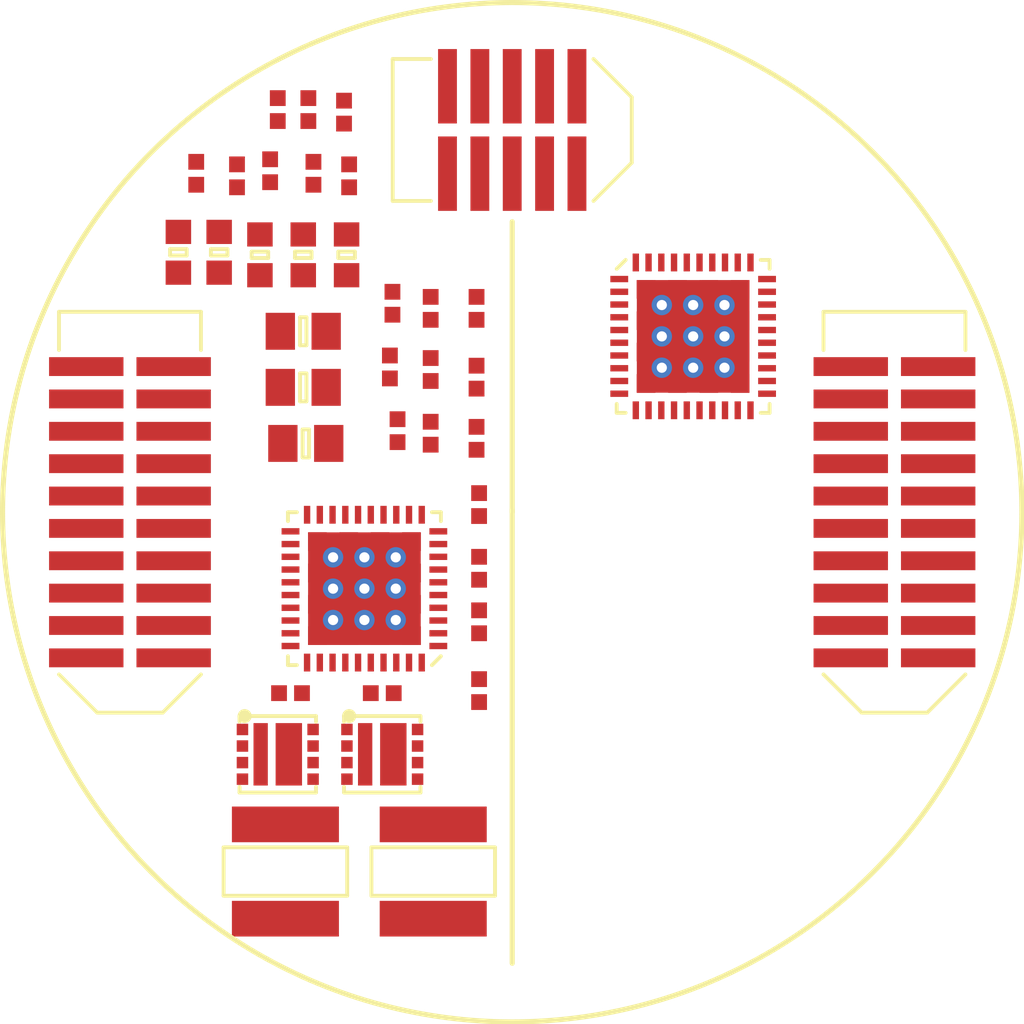
<source format=kicad_pcb>
(kicad_pcb (version 4) (host pcbnew 4.0.0-rc2-stable)

  (general
    (links 0)
    (no_connects 0)
    (area 0 0 0 0)
    (thickness 1.6)
    (drawings 3)
    (tracks 0)
    (zones 0)
    (modules 40)
    (nets 1)
  )

  (page A4)
  (layers
    (0 F.Cu signal)
    (31 B.Cu signal)
    (32 B.Adhes user)
    (33 F.Adhes user)
    (34 B.Paste user)
    (35 F.Paste user)
    (36 B.SilkS user)
    (37 F.SilkS user)
    (38 B.Mask user)
    (39 F.Mask user)
    (40 Dwgs.User user)
    (41 Cmts.User user)
    (42 Eco1.User user)
    (43 Eco2.User user)
    (44 Edge.Cuts user hide)
    (45 Margin user)
    (46 B.CrtYd user)
    (47 F.CrtYd user)
    (48 B.Fab user)
    (49 F.Fab user)
  )

  (setup
    (last_trace_width 0.28)
    (user_trace_width 0.2)
    (user_trace_width 0.28)
    (trace_clearance 0.2)
    (zone_clearance 0.508)
    (zone_45_only no)
    (trace_min 0.2)
    (segment_width 0.2)
    (edge_width 0.1)
    (via_size 0.6)
    (via_drill 0.4)
    (via_min_size 0.4)
    (via_min_drill 0.3)
    (uvia_size 0.3)
    (uvia_drill 0.1)
    (uvias_allowed no)
    (uvia_min_size 0.2)
    (uvia_min_drill 0.1)
    (pcb_text_width 0.3)
    (pcb_text_size 1.5 1.5)
    (mod_edge_width 0.15)
    (mod_text_size 1 1)
    (mod_text_width 0.15)
    (pad_size 1.5 1.5)
    (pad_drill 0.6)
    (pad_to_mask_clearance 0)
    (aux_axis_origin 0 0)
    (visible_elements FFFCFF7F)
    (pcbplotparams
      (layerselection 0x00030_80000001)
      (usegerberextensions false)
      (excludeedgelayer true)
      (linewidth 0.100000)
      (plotframeref false)
      (viasonmask false)
      (mode 1)
      (useauxorigin false)
      (hpglpennumber 1)
      (hpglpenspeed 20)
      (hpglpendiameter 15)
      (hpglpenoverlay 2)
      (psnegative false)
      (psa4output false)
      (plotreference true)
      (plotvalue true)
      (plotinvisibletext false)
      (padsonsilk false)
      (subtractmaskfromsilk false)
      (outputformat 1)
      (mirror false)
      (drillshape 1)
      (scaleselection 1)
      (outputdirectory ""))
  )

  (net 0 "")

  (net_class Default "This is the default net class."
    (clearance 0.2)
    (trace_width 0.25)
    (via_dia 0.6)
    (via_drill 0.4)
    (uvia_dia 0.3)
    (uvia_drill 0.1)
  )

  (module agg:0402 (layer F.Cu) (tedit 56836635) (tstamp 56E3A313)
    (at 90.8 84.2 90)
    (fp_text reference REF** (at -1.71 0 180) (layer F.Fab)
      (effects (font (size 1 1) (thickness 0.15)))
    )
    (fp_text value 0402 (at 1.71 0 180) (layer F.Fab)
      (effects (font (size 1 1) (thickness 0.15)))
    )
    (fp_line (start -0.5 -0.25) (end 0.5 -0.25) (layer F.Fab) (width 0.01))
    (fp_line (start 0.5 -0.25) (end 0.5 0.25) (layer F.Fab) (width 0.01))
    (fp_line (start 0.5 0.25) (end -0.5 0.25) (layer F.Fab) (width 0.01))
    (fp_line (start -0.5 0.25) (end -0.5 -0.25) (layer F.Fab) (width 0.01))
    (fp_line (start -0.2 -0.25) (end -0.2 0.25) (layer F.Fab) (width 0.01))
    (fp_line (start 0.2 -0.25) (end 0.2 0.25) (layer F.Fab) (width 0.01))
    (fp_line (start -1.05 -0.6) (end 1.05 -0.6) (layer F.CrtYd) (width 0.01))
    (fp_line (start 1.05 -0.6) (end 1.05 0.6) (layer F.CrtYd) (width 0.01))
    (fp_line (start 1.05 0.6) (end -1.05 0.6) (layer F.CrtYd) (width 0.01))
    (fp_line (start -1.05 0.6) (end -1.05 -0.6) (layer F.CrtYd) (width 0.01))
    (pad 1 smd rect (at -0.45 0 90) (size 0.62 0.62) (layers F.Cu F.Paste F.Mask))
    (pad 2 smd rect (at 0.45 0 90) (size 0.62 0.62) (layers F.Cu F.Paste F.Mask))
  )

  (module agg:0402 (layer F.Cu) (tedit 56836635) (tstamp 56E3A303)
    (at 92 84.2 90)
    (fp_text reference REF** (at -1.71 0 180) (layer F.Fab)
      (effects (font (size 1 1) (thickness 0.15)))
    )
    (fp_text value 0402 (at 1.71 0 180) (layer F.Fab)
      (effects (font (size 1 1) (thickness 0.15)))
    )
    (fp_line (start -0.5 -0.25) (end 0.5 -0.25) (layer F.Fab) (width 0.01))
    (fp_line (start 0.5 -0.25) (end 0.5 0.25) (layer F.Fab) (width 0.01))
    (fp_line (start 0.5 0.25) (end -0.5 0.25) (layer F.Fab) (width 0.01))
    (fp_line (start -0.5 0.25) (end -0.5 -0.25) (layer F.Fab) (width 0.01))
    (fp_line (start -0.2 -0.25) (end -0.2 0.25) (layer F.Fab) (width 0.01))
    (fp_line (start 0.2 -0.25) (end 0.2 0.25) (layer F.Fab) (width 0.01))
    (fp_line (start -1.05 -0.6) (end 1.05 -0.6) (layer F.CrtYd) (width 0.01))
    (fp_line (start 1.05 -0.6) (end 1.05 0.6) (layer F.CrtYd) (width 0.01))
    (fp_line (start 1.05 0.6) (end -1.05 0.6) (layer F.CrtYd) (width 0.01))
    (fp_line (start -1.05 0.6) (end -1.05 -0.6) (layer F.CrtYd) (width 0.01))
    (pad 1 smd rect (at -0.45 0 90) (size 0.62 0.62) (layers F.Cu F.Paste F.Mask))
    (pad 2 smd rect (at 0.45 0 90) (size 0.62 0.62) (layers F.Cu F.Paste F.Mask))
  )

  (module agg:0402 (layer F.Cu) (tedit 56836635) (tstamp 56E3A2F2)
    (at 93.4 84.3 90)
    (fp_text reference REF** (at -1.71 0 180) (layer F.Fab)
      (effects (font (size 1 1) (thickness 0.15)))
    )
    (fp_text value 0402 (at 1.71 0 180) (layer F.Fab)
      (effects (font (size 1 1) (thickness 0.15)))
    )
    (fp_line (start -0.5 -0.25) (end 0.5 -0.25) (layer F.Fab) (width 0.01))
    (fp_line (start 0.5 -0.25) (end 0.5 0.25) (layer F.Fab) (width 0.01))
    (fp_line (start 0.5 0.25) (end -0.5 0.25) (layer F.Fab) (width 0.01))
    (fp_line (start -0.5 0.25) (end -0.5 -0.25) (layer F.Fab) (width 0.01))
    (fp_line (start -0.2 -0.25) (end -0.2 0.25) (layer F.Fab) (width 0.01))
    (fp_line (start 0.2 -0.25) (end 0.2 0.25) (layer F.Fab) (width 0.01))
    (fp_line (start -1.05 -0.6) (end 1.05 -0.6) (layer F.CrtYd) (width 0.01))
    (fp_line (start 1.05 -0.6) (end 1.05 0.6) (layer F.CrtYd) (width 0.01))
    (fp_line (start 1.05 0.6) (end -1.05 0.6) (layer F.CrtYd) (width 0.01))
    (fp_line (start -1.05 0.6) (end -1.05 -0.6) (layer F.CrtYd) (width 0.01))
    (pad 1 smd rect (at -0.45 0 90) (size 0.62 0.62) (layers F.Cu F.Paste F.Mask))
    (pad 2 smd rect (at 0.45 0 90) (size 0.62 0.62) (layers F.Cu F.Paste F.Mask))
  )

  (module agg:0402 (layer F.Cu) (tedit 56836635) (tstamp 56E3A2E2)
    (at 87.6 86.7 90)
    (fp_text reference REF** (at -1.71 0 180) (layer F.Fab)
      (effects (font (size 1 1) (thickness 0.15)))
    )
    (fp_text value 0402 (at 1.71 0 180) (layer F.Fab)
      (effects (font (size 1 1) (thickness 0.15)))
    )
    (fp_line (start -0.5 -0.25) (end 0.5 -0.25) (layer F.Fab) (width 0.01))
    (fp_line (start 0.5 -0.25) (end 0.5 0.25) (layer F.Fab) (width 0.01))
    (fp_line (start 0.5 0.25) (end -0.5 0.25) (layer F.Fab) (width 0.01))
    (fp_line (start -0.5 0.25) (end -0.5 -0.25) (layer F.Fab) (width 0.01))
    (fp_line (start -0.2 -0.25) (end -0.2 0.25) (layer F.Fab) (width 0.01))
    (fp_line (start 0.2 -0.25) (end 0.2 0.25) (layer F.Fab) (width 0.01))
    (fp_line (start -1.05 -0.6) (end 1.05 -0.6) (layer F.CrtYd) (width 0.01))
    (fp_line (start 1.05 -0.6) (end 1.05 0.6) (layer F.CrtYd) (width 0.01))
    (fp_line (start 1.05 0.6) (end -1.05 0.6) (layer F.CrtYd) (width 0.01))
    (fp_line (start -1.05 0.6) (end -1.05 -0.6) (layer F.CrtYd) (width 0.01))
    (pad 1 smd rect (at -0.45 0 90) (size 0.62 0.62) (layers F.Cu F.Paste F.Mask))
    (pad 2 smd rect (at 0.45 0 90) (size 0.62 0.62) (layers F.Cu F.Paste F.Mask))
  )

  (module agg:0402 (layer F.Cu) (tedit 56836635) (tstamp 56E3A2D2)
    (at 89.2 86.8 90)
    (fp_text reference REF** (at -1.71 0 180) (layer F.Fab)
      (effects (font (size 1 1) (thickness 0.15)))
    )
    (fp_text value 0402 (at 1.71 0 180) (layer F.Fab)
      (effects (font (size 1 1) (thickness 0.15)))
    )
    (fp_line (start -0.5 -0.25) (end 0.5 -0.25) (layer F.Fab) (width 0.01))
    (fp_line (start 0.5 -0.25) (end 0.5 0.25) (layer F.Fab) (width 0.01))
    (fp_line (start 0.5 0.25) (end -0.5 0.25) (layer F.Fab) (width 0.01))
    (fp_line (start -0.5 0.25) (end -0.5 -0.25) (layer F.Fab) (width 0.01))
    (fp_line (start -0.2 -0.25) (end -0.2 0.25) (layer F.Fab) (width 0.01))
    (fp_line (start 0.2 -0.25) (end 0.2 0.25) (layer F.Fab) (width 0.01))
    (fp_line (start -1.05 -0.6) (end 1.05 -0.6) (layer F.CrtYd) (width 0.01))
    (fp_line (start 1.05 -0.6) (end 1.05 0.6) (layer F.CrtYd) (width 0.01))
    (fp_line (start 1.05 0.6) (end -1.05 0.6) (layer F.CrtYd) (width 0.01))
    (fp_line (start -1.05 0.6) (end -1.05 -0.6) (layer F.CrtYd) (width 0.01))
    (pad 1 smd rect (at -0.45 0 90) (size 0.62 0.62) (layers F.Cu F.Paste F.Mask))
    (pad 2 smd rect (at 0.45 0 90) (size 0.62 0.62) (layers F.Cu F.Paste F.Mask))
  )

  (module agg:0402 (layer F.Cu) (tedit 56836635) (tstamp 56E3A2C2)
    (at 90.5 86.6 90)
    (fp_text reference REF** (at -1.71 0 180) (layer F.Fab)
      (effects (font (size 1 1) (thickness 0.15)))
    )
    (fp_text value 0402 (at 1.71 0 180) (layer F.Fab)
      (effects (font (size 1 1) (thickness 0.15)))
    )
    (fp_line (start -0.5 -0.25) (end 0.5 -0.25) (layer F.Fab) (width 0.01))
    (fp_line (start 0.5 -0.25) (end 0.5 0.25) (layer F.Fab) (width 0.01))
    (fp_line (start 0.5 0.25) (end -0.5 0.25) (layer F.Fab) (width 0.01))
    (fp_line (start -0.5 0.25) (end -0.5 -0.25) (layer F.Fab) (width 0.01))
    (fp_line (start -0.2 -0.25) (end -0.2 0.25) (layer F.Fab) (width 0.01))
    (fp_line (start 0.2 -0.25) (end 0.2 0.25) (layer F.Fab) (width 0.01))
    (fp_line (start -1.05 -0.6) (end 1.05 -0.6) (layer F.CrtYd) (width 0.01))
    (fp_line (start 1.05 -0.6) (end 1.05 0.6) (layer F.CrtYd) (width 0.01))
    (fp_line (start 1.05 0.6) (end -1.05 0.6) (layer F.CrtYd) (width 0.01))
    (fp_line (start -1.05 0.6) (end -1.05 -0.6) (layer F.CrtYd) (width 0.01))
    (pad 1 smd rect (at -0.45 0 90) (size 0.62 0.62) (layers F.Cu F.Paste F.Mask))
    (pad 2 smd rect (at 0.45 0 90) (size 0.62 0.62) (layers F.Cu F.Paste F.Mask))
  )

  (module agg:0402 (layer F.Cu) (tedit 56836635) (tstamp 56E3A2B2)
    (at 92.2 86.7 90)
    (fp_text reference REF** (at -1.71 0 180) (layer F.Fab)
      (effects (font (size 1 1) (thickness 0.15)))
    )
    (fp_text value 0402 (at 1.71 0 180) (layer F.Fab)
      (effects (font (size 1 1) (thickness 0.15)))
    )
    (fp_line (start -0.5 -0.25) (end 0.5 -0.25) (layer F.Fab) (width 0.01))
    (fp_line (start 0.5 -0.25) (end 0.5 0.25) (layer F.Fab) (width 0.01))
    (fp_line (start 0.5 0.25) (end -0.5 0.25) (layer F.Fab) (width 0.01))
    (fp_line (start -0.5 0.25) (end -0.5 -0.25) (layer F.Fab) (width 0.01))
    (fp_line (start -0.2 -0.25) (end -0.2 0.25) (layer F.Fab) (width 0.01))
    (fp_line (start 0.2 -0.25) (end 0.2 0.25) (layer F.Fab) (width 0.01))
    (fp_line (start -1.05 -0.6) (end 1.05 -0.6) (layer F.CrtYd) (width 0.01))
    (fp_line (start 1.05 -0.6) (end 1.05 0.6) (layer F.CrtYd) (width 0.01))
    (fp_line (start 1.05 0.6) (end -1.05 0.6) (layer F.CrtYd) (width 0.01))
    (fp_line (start -1.05 0.6) (end -1.05 -0.6) (layer F.CrtYd) (width 0.01))
    (pad 1 smd rect (at -0.45 0 90) (size 0.62 0.62) (layers F.Cu F.Paste F.Mask))
    (pad 2 smd rect (at 0.45 0 90) (size 0.62 0.62) (layers F.Cu F.Paste F.Mask))
  )

  (module agg:0402 (layer F.Cu) (tedit 56836635) (tstamp 56E3A2A2)
    (at 93.6 86.8 90)
    (fp_text reference REF** (at -1.71 0 180) (layer F.Fab)
      (effects (font (size 1 1) (thickness 0.15)))
    )
    (fp_text value 0402 (at 1.71 0 180) (layer F.Fab)
      (effects (font (size 1 1) (thickness 0.15)))
    )
    (fp_line (start -0.5 -0.25) (end 0.5 -0.25) (layer F.Fab) (width 0.01))
    (fp_line (start 0.5 -0.25) (end 0.5 0.25) (layer F.Fab) (width 0.01))
    (fp_line (start 0.5 0.25) (end -0.5 0.25) (layer F.Fab) (width 0.01))
    (fp_line (start -0.5 0.25) (end -0.5 -0.25) (layer F.Fab) (width 0.01))
    (fp_line (start -0.2 -0.25) (end -0.2 0.25) (layer F.Fab) (width 0.01))
    (fp_line (start 0.2 -0.25) (end 0.2 0.25) (layer F.Fab) (width 0.01))
    (fp_line (start -1.05 -0.6) (end 1.05 -0.6) (layer F.CrtYd) (width 0.01))
    (fp_line (start 1.05 -0.6) (end 1.05 0.6) (layer F.CrtYd) (width 0.01))
    (fp_line (start 1.05 0.6) (end -1.05 0.6) (layer F.CrtYd) (width 0.01))
    (fp_line (start -1.05 0.6) (end -1.05 -0.6) (layer F.CrtYd) (width 0.01))
    (pad 1 smd rect (at -0.45 0 90) (size 0.62 0.62) (layers F.Cu F.Paste F.Mask))
    (pad 2 smd rect (at 0.45 0 90) (size 0.62 0.62) (layers F.Cu F.Paste F.Mask))
  )

  (module agg:0402 (layer F.Cu) (tedit 56836635) (tstamp 56E3A292)
    (at 95.3 91.8 90)
    (fp_text reference REF** (at -1.71 0 180) (layer F.Fab)
      (effects (font (size 1 1) (thickness 0.15)))
    )
    (fp_text value 0402 (at 1.71 0 180) (layer F.Fab)
      (effects (font (size 1 1) (thickness 0.15)))
    )
    (fp_line (start -0.5 -0.25) (end 0.5 -0.25) (layer F.Fab) (width 0.01))
    (fp_line (start 0.5 -0.25) (end 0.5 0.25) (layer F.Fab) (width 0.01))
    (fp_line (start 0.5 0.25) (end -0.5 0.25) (layer F.Fab) (width 0.01))
    (fp_line (start -0.5 0.25) (end -0.5 -0.25) (layer F.Fab) (width 0.01))
    (fp_line (start -0.2 -0.25) (end -0.2 0.25) (layer F.Fab) (width 0.01))
    (fp_line (start 0.2 -0.25) (end 0.2 0.25) (layer F.Fab) (width 0.01))
    (fp_line (start -1.05 -0.6) (end 1.05 -0.6) (layer F.CrtYd) (width 0.01))
    (fp_line (start 1.05 -0.6) (end 1.05 0.6) (layer F.CrtYd) (width 0.01))
    (fp_line (start 1.05 0.6) (end -1.05 0.6) (layer F.CrtYd) (width 0.01))
    (fp_line (start -1.05 0.6) (end -1.05 -0.6) (layer F.CrtYd) (width 0.01))
    (pad 1 smd rect (at -0.45 0 90) (size 0.62 0.62) (layers F.Cu F.Paste F.Mask))
    (pad 2 smd rect (at 0.45 0 90) (size 0.62 0.62) (layers F.Cu F.Paste F.Mask))
  )

  (module agg:0402 (layer F.Cu) (tedit 56836635) (tstamp 56E3A272)
    (at 98.7 107 90)
    (fp_text reference REF** (at -1.71 0 180) (layer F.Fab)
      (effects (font (size 1 1) (thickness 0.15)))
    )
    (fp_text value 0402 (at 1.71 0 180) (layer F.Fab)
      (effects (font (size 1 1) (thickness 0.15)))
    )
    (fp_line (start -0.5 -0.25) (end 0.5 -0.25) (layer F.Fab) (width 0.01))
    (fp_line (start 0.5 -0.25) (end 0.5 0.25) (layer F.Fab) (width 0.01))
    (fp_line (start 0.5 0.25) (end -0.5 0.25) (layer F.Fab) (width 0.01))
    (fp_line (start -0.5 0.25) (end -0.5 -0.25) (layer F.Fab) (width 0.01))
    (fp_line (start -0.2 -0.25) (end -0.2 0.25) (layer F.Fab) (width 0.01))
    (fp_line (start 0.2 -0.25) (end 0.2 0.25) (layer F.Fab) (width 0.01))
    (fp_line (start -1.05 -0.6) (end 1.05 -0.6) (layer F.CrtYd) (width 0.01))
    (fp_line (start 1.05 -0.6) (end 1.05 0.6) (layer F.CrtYd) (width 0.01))
    (fp_line (start 1.05 0.6) (end -1.05 0.6) (layer F.CrtYd) (width 0.01))
    (fp_line (start -1.05 0.6) (end -1.05 -0.6) (layer F.CrtYd) (width 0.01))
    (pad 1 smd rect (at -0.45 0 90) (size 0.62 0.62) (layers F.Cu F.Paste F.Mask))
    (pad 2 smd rect (at 0.45 0 90) (size 0.62 0.62) (layers F.Cu F.Paste F.Mask))
  )

  (module agg:0402 (layer F.Cu) (tedit 56836635) (tstamp 56E3A262)
    (at 98.6 92 90)
    (fp_text reference REF** (at -1.71 0 180) (layer F.Fab)
      (effects (font (size 1 1) (thickness 0.15)))
    )
    (fp_text value 0402 (at 1.71 0 180) (layer F.Fab)
      (effects (font (size 1 1) (thickness 0.15)))
    )
    (fp_line (start -0.5 -0.25) (end 0.5 -0.25) (layer F.Fab) (width 0.01))
    (fp_line (start 0.5 -0.25) (end 0.5 0.25) (layer F.Fab) (width 0.01))
    (fp_line (start 0.5 0.25) (end -0.5 0.25) (layer F.Fab) (width 0.01))
    (fp_line (start -0.5 0.25) (end -0.5 -0.25) (layer F.Fab) (width 0.01))
    (fp_line (start -0.2 -0.25) (end -0.2 0.25) (layer F.Fab) (width 0.01))
    (fp_line (start 0.2 -0.25) (end 0.2 0.25) (layer F.Fab) (width 0.01))
    (fp_line (start -1.05 -0.6) (end 1.05 -0.6) (layer F.CrtYd) (width 0.01))
    (fp_line (start 1.05 -0.6) (end 1.05 0.6) (layer F.CrtYd) (width 0.01))
    (fp_line (start 1.05 0.6) (end -1.05 0.6) (layer F.CrtYd) (width 0.01))
    (fp_line (start -1.05 0.6) (end -1.05 -0.6) (layer F.CrtYd) (width 0.01))
    (pad 1 smd rect (at -0.45 0 90) (size 0.62 0.62) (layers F.Cu F.Paste F.Mask))
    (pad 2 smd rect (at 0.45 0 90) (size 0.62 0.62) (layers F.Cu F.Paste F.Mask))
  )

  (module agg:0402 (layer F.Cu) (tedit 56836635) (tstamp 56E3A252)
    (at 96.8 92 90)
    (fp_text reference REF** (at -1.71 0 180) (layer F.Fab)
      (effects (font (size 1 1) (thickness 0.15)))
    )
    (fp_text value 0402 (at 1.71 0 180) (layer F.Fab)
      (effects (font (size 1 1) (thickness 0.15)))
    )
    (fp_line (start -0.5 -0.25) (end 0.5 -0.25) (layer F.Fab) (width 0.01))
    (fp_line (start 0.5 -0.25) (end 0.5 0.25) (layer F.Fab) (width 0.01))
    (fp_line (start 0.5 0.25) (end -0.5 0.25) (layer F.Fab) (width 0.01))
    (fp_line (start -0.5 0.25) (end -0.5 -0.25) (layer F.Fab) (width 0.01))
    (fp_line (start -0.2 -0.25) (end -0.2 0.25) (layer F.Fab) (width 0.01))
    (fp_line (start 0.2 -0.25) (end 0.2 0.25) (layer F.Fab) (width 0.01))
    (fp_line (start -1.05 -0.6) (end 1.05 -0.6) (layer F.CrtYd) (width 0.01))
    (fp_line (start 1.05 -0.6) (end 1.05 0.6) (layer F.CrtYd) (width 0.01))
    (fp_line (start 1.05 0.6) (end -1.05 0.6) (layer F.CrtYd) (width 0.01))
    (fp_line (start -1.05 0.6) (end -1.05 -0.6) (layer F.CrtYd) (width 0.01))
    (pad 1 smd rect (at -0.45 0 90) (size 0.62 0.62) (layers F.Cu F.Paste F.Mask))
    (pad 2 smd rect (at 0.45 0 90) (size 0.62 0.62) (layers F.Cu F.Paste F.Mask))
  )

  (module agg:0402 (layer F.Cu) (tedit 56836635) (tstamp 56E3A240)
    (at 95.2 94.3 90)
    (fp_text reference REF** (at -1.71 0 180) (layer F.Fab)
      (effects (font (size 1 1) (thickness 0.15)))
    )
    (fp_text value 0402 (at 1.71 0 180) (layer F.Fab)
      (effects (font (size 1 1) (thickness 0.15)))
    )
    (fp_line (start -0.5 -0.25) (end 0.5 -0.25) (layer F.Fab) (width 0.01))
    (fp_line (start 0.5 -0.25) (end 0.5 0.25) (layer F.Fab) (width 0.01))
    (fp_line (start 0.5 0.25) (end -0.5 0.25) (layer F.Fab) (width 0.01))
    (fp_line (start -0.5 0.25) (end -0.5 -0.25) (layer F.Fab) (width 0.01))
    (fp_line (start -0.2 -0.25) (end -0.2 0.25) (layer F.Fab) (width 0.01))
    (fp_line (start 0.2 -0.25) (end 0.2 0.25) (layer F.Fab) (width 0.01))
    (fp_line (start -1.05 -0.6) (end 1.05 -0.6) (layer F.CrtYd) (width 0.01))
    (fp_line (start 1.05 -0.6) (end 1.05 0.6) (layer F.CrtYd) (width 0.01))
    (fp_line (start 1.05 0.6) (end -1.05 0.6) (layer F.CrtYd) (width 0.01))
    (fp_line (start -1.05 0.6) (end -1.05 -0.6) (layer F.CrtYd) (width 0.01))
    (pad 1 smd rect (at -0.45 0 90) (size 0.62 0.62) (layers F.Cu F.Paste F.Mask))
    (pad 2 smd rect (at 0.45 0 90) (size 0.62 0.62) (layers F.Cu F.Paste F.Mask))
  )

  (module agg:0402 (layer F.Cu) (tedit 56836635) (tstamp 56E3A230)
    (at 95.5 96.8 90)
    (fp_text reference REF** (at -1.71 0 180) (layer F.Fab)
      (effects (font (size 1 1) (thickness 0.15)))
    )
    (fp_text value 0402 (at 1.71 0 180) (layer F.Fab)
      (effects (font (size 1 1) (thickness 0.15)))
    )
    (fp_line (start -0.5 -0.25) (end 0.5 -0.25) (layer F.Fab) (width 0.01))
    (fp_line (start 0.5 -0.25) (end 0.5 0.25) (layer F.Fab) (width 0.01))
    (fp_line (start 0.5 0.25) (end -0.5 0.25) (layer F.Fab) (width 0.01))
    (fp_line (start -0.5 0.25) (end -0.5 -0.25) (layer F.Fab) (width 0.01))
    (fp_line (start -0.2 -0.25) (end -0.2 0.25) (layer F.Fab) (width 0.01))
    (fp_line (start 0.2 -0.25) (end 0.2 0.25) (layer F.Fab) (width 0.01))
    (fp_line (start -1.05 -0.6) (end 1.05 -0.6) (layer F.CrtYd) (width 0.01))
    (fp_line (start 1.05 -0.6) (end 1.05 0.6) (layer F.CrtYd) (width 0.01))
    (fp_line (start 1.05 0.6) (end -1.05 0.6) (layer F.CrtYd) (width 0.01))
    (fp_line (start -1.05 0.6) (end -1.05 -0.6) (layer F.CrtYd) (width 0.01))
    (pad 1 smd rect (at -0.45 0 90) (size 0.62 0.62) (layers F.Cu F.Paste F.Mask))
    (pad 2 smd rect (at 0.45 0 90) (size 0.62 0.62) (layers F.Cu F.Paste F.Mask))
  )

  (module agg:0402 (layer F.Cu) (tedit 56836635) (tstamp 56E3A220)
    (at 96.8 94.4 90)
    (fp_text reference REF** (at -1.71 0 180) (layer F.Fab)
      (effects (font (size 1 1) (thickness 0.15)))
    )
    (fp_text value 0402 (at 1.71 0 180) (layer F.Fab)
      (effects (font (size 1 1) (thickness 0.15)))
    )
    (fp_line (start -0.5 -0.25) (end 0.5 -0.25) (layer F.Fab) (width 0.01))
    (fp_line (start 0.5 -0.25) (end 0.5 0.25) (layer F.Fab) (width 0.01))
    (fp_line (start 0.5 0.25) (end -0.5 0.25) (layer F.Fab) (width 0.01))
    (fp_line (start -0.5 0.25) (end -0.5 -0.25) (layer F.Fab) (width 0.01))
    (fp_line (start -0.2 -0.25) (end -0.2 0.25) (layer F.Fab) (width 0.01))
    (fp_line (start 0.2 -0.25) (end 0.2 0.25) (layer F.Fab) (width 0.01))
    (fp_line (start -1.05 -0.6) (end 1.05 -0.6) (layer F.CrtYd) (width 0.01))
    (fp_line (start 1.05 -0.6) (end 1.05 0.6) (layer F.CrtYd) (width 0.01))
    (fp_line (start 1.05 0.6) (end -1.05 0.6) (layer F.CrtYd) (width 0.01))
    (fp_line (start -1.05 0.6) (end -1.05 -0.6) (layer F.CrtYd) (width 0.01))
    (pad 1 smd rect (at -0.45 0 90) (size 0.62 0.62) (layers F.Cu F.Paste F.Mask))
    (pad 2 smd rect (at 0.45 0 90) (size 0.62 0.62) (layers F.Cu F.Paste F.Mask))
  )

  (module agg:0402 (layer F.Cu) (tedit 56836635) (tstamp 56E3A210)
    (at 98.6 94.7 90)
    (fp_text reference REF** (at -1.71 0 180) (layer F.Fab)
      (effects (font (size 1 1) (thickness 0.15)))
    )
    (fp_text value 0402 (at 1.71 0 180) (layer F.Fab)
      (effects (font (size 1 1) (thickness 0.15)))
    )
    (fp_line (start -0.5 -0.25) (end 0.5 -0.25) (layer F.Fab) (width 0.01))
    (fp_line (start 0.5 -0.25) (end 0.5 0.25) (layer F.Fab) (width 0.01))
    (fp_line (start 0.5 0.25) (end -0.5 0.25) (layer F.Fab) (width 0.01))
    (fp_line (start -0.5 0.25) (end -0.5 -0.25) (layer F.Fab) (width 0.01))
    (fp_line (start -0.2 -0.25) (end -0.2 0.25) (layer F.Fab) (width 0.01))
    (fp_line (start 0.2 -0.25) (end 0.2 0.25) (layer F.Fab) (width 0.01))
    (fp_line (start -1.05 -0.6) (end 1.05 -0.6) (layer F.CrtYd) (width 0.01))
    (fp_line (start 1.05 -0.6) (end 1.05 0.6) (layer F.CrtYd) (width 0.01))
    (fp_line (start 1.05 0.6) (end -1.05 0.6) (layer F.CrtYd) (width 0.01))
    (fp_line (start -1.05 0.6) (end -1.05 -0.6) (layer F.CrtYd) (width 0.01))
    (pad 1 smd rect (at -0.45 0 90) (size 0.62 0.62) (layers F.Cu F.Paste F.Mask))
    (pad 2 smd rect (at 0.45 0 90) (size 0.62 0.62) (layers F.Cu F.Paste F.Mask))
  )

  (module agg:0402 (layer F.Cu) (tedit 56836635) (tstamp 56E3A1FF)
    (at 98.6 97.1 90)
    (fp_text reference REF** (at -1.71 0 180) (layer F.Fab)
      (effects (font (size 1 1) (thickness 0.15)))
    )
    (fp_text value 0402 (at 1.71 0 180) (layer F.Fab)
      (effects (font (size 1 1) (thickness 0.15)))
    )
    (fp_line (start -0.5 -0.25) (end 0.5 -0.25) (layer F.Fab) (width 0.01))
    (fp_line (start 0.5 -0.25) (end 0.5 0.25) (layer F.Fab) (width 0.01))
    (fp_line (start 0.5 0.25) (end -0.5 0.25) (layer F.Fab) (width 0.01))
    (fp_line (start -0.5 0.25) (end -0.5 -0.25) (layer F.Fab) (width 0.01))
    (fp_line (start -0.2 -0.25) (end -0.2 0.25) (layer F.Fab) (width 0.01))
    (fp_line (start 0.2 -0.25) (end 0.2 0.25) (layer F.Fab) (width 0.01))
    (fp_line (start -1.05 -0.6) (end 1.05 -0.6) (layer F.CrtYd) (width 0.01))
    (fp_line (start 1.05 -0.6) (end 1.05 0.6) (layer F.CrtYd) (width 0.01))
    (fp_line (start 1.05 0.6) (end -1.05 0.6) (layer F.CrtYd) (width 0.01))
    (fp_line (start -1.05 0.6) (end -1.05 -0.6) (layer F.CrtYd) (width 0.01))
    (pad 1 smd rect (at -0.45 0 90) (size 0.62 0.62) (layers F.Cu F.Paste F.Mask))
    (pad 2 smd rect (at 0.45 0 90) (size 0.62 0.62) (layers F.Cu F.Paste F.Mask))
  )

  (module agg:0402 (layer F.Cu) (tedit 56836635) (tstamp 56E3A1EF)
    (at 96.8 96.9 90)
    (fp_text reference REF** (at -1.71 0 180) (layer F.Fab)
      (effects (font (size 1 1) (thickness 0.15)))
    )
    (fp_text value 0402 (at 1.71 0 180) (layer F.Fab)
      (effects (font (size 1 1) (thickness 0.15)))
    )
    (fp_line (start -0.5 -0.25) (end 0.5 -0.25) (layer F.Fab) (width 0.01))
    (fp_line (start 0.5 -0.25) (end 0.5 0.25) (layer F.Fab) (width 0.01))
    (fp_line (start 0.5 0.25) (end -0.5 0.25) (layer F.Fab) (width 0.01))
    (fp_line (start -0.5 0.25) (end -0.5 -0.25) (layer F.Fab) (width 0.01))
    (fp_line (start -0.2 -0.25) (end -0.2 0.25) (layer F.Fab) (width 0.01))
    (fp_line (start 0.2 -0.25) (end 0.2 0.25) (layer F.Fab) (width 0.01))
    (fp_line (start -1.05 -0.6) (end 1.05 -0.6) (layer F.CrtYd) (width 0.01))
    (fp_line (start 1.05 -0.6) (end 1.05 0.6) (layer F.CrtYd) (width 0.01))
    (fp_line (start 1.05 0.6) (end -1.05 0.6) (layer F.CrtYd) (width 0.01))
    (fp_line (start -1.05 0.6) (end -1.05 -0.6) (layer F.CrtYd) (width 0.01))
    (pad 1 smd rect (at -0.45 0 90) (size 0.62 0.62) (layers F.Cu F.Paste F.Mask))
    (pad 2 smd rect (at 0.45 0 90) (size 0.62 0.62) (layers F.Cu F.Paste F.Mask))
  )

  (module agg:0402 (layer F.Cu) (tedit 56836635) (tstamp 56E3A1DF)
    (at 98.7 99.7 90)
    (fp_text reference REF** (at -1.71 0 180) (layer F.Fab)
      (effects (font (size 1 1) (thickness 0.15)))
    )
    (fp_text value 0402 (at 1.71 0 180) (layer F.Fab)
      (effects (font (size 1 1) (thickness 0.15)))
    )
    (fp_line (start -0.5 -0.25) (end 0.5 -0.25) (layer F.Fab) (width 0.01))
    (fp_line (start 0.5 -0.25) (end 0.5 0.25) (layer F.Fab) (width 0.01))
    (fp_line (start 0.5 0.25) (end -0.5 0.25) (layer F.Fab) (width 0.01))
    (fp_line (start -0.5 0.25) (end -0.5 -0.25) (layer F.Fab) (width 0.01))
    (fp_line (start -0.2 -0.25) (end -0.2 0.25) (layer F.Fab) (width 0.01))
    (fp_line (start 0.2 -0.25) (end 0.2 0.25) (layer F.Fab) (width 0.01))
    (fp_line (start -1.05 -0.6) (end 1.05 -0.6) (layer F.CrtYd) (width 0.01))
    (fp_line (start 1.05 -0.6) (end 1.05 0.6) (layer F.CrtYd) (width 0.01))
    (fp_line (start 1.05 0.6) (end -1.05 0.6) (layer F.CrtYd) (width 0.01))
    (fp_line (start -1.05 0.6) (end -1.05 -0.6) (layer F.CrtYd) (width 0.01))
    (pad 1 smd rect (at -0.45 0 90) (size 0.62 0.62) (layers F.Cu F.Paste F.Mask))
    (pad 2 smd rect (at 0.45 0 90) (size 0.62 0.62) (layers F.Cu F.Paste F.Mask))
  )

  (module agg:0603 (layer F.Cu) (tedit 56836635) (tstamp 56E3A1CA)
    (at 86.9 89.8 90)
    (fp_text reference REF** (at -2.225 0 180) (layer F.Fab)
      (effects (font (size 1 1) (thickness 0.15)))
    )
    (fp_text value 0603 (at 2.225 0 180) (layer F.Fab)
      (effects (font (size 1 1) (thickness 0.15)))
    )
    (fp_line (start -0.8 -0.4) (end 0.8 -0.4) (layer F.Fab) (width 0.01))
    (fp_line (start 0.8 -0.4) (end 0.8 0.4) (layer F.Fab) (width 0.01))
    (fp_line (start 0.8 0.4) (end -0.8 0.4) (layer F.Fab) (width 0.01))
    (fp_line (start -0.8 0.4) (end -0.8 -0.4) (layer F.Fab) (width 0.01))
    (fp_line (start -0.45 -0.4) (end -0.45 0.4) (layer F.Fab) (width 0.01))
    (fp_line (start 0.45 -0.4) (end 0.45 0.4) (layer F.Fab) (width 0.01))
    (fp_line (start -0.125 -0.325) (end 0.125 -0.325) (layer F.SilkS) (width 0.15))
    (fp_line (start 0.125 -0.325) (end 0.125 0.325) (layer F.SilkS) (width 0.15))
    (fp_line (start 0.125 0.325) (end -0.125 0.325) (layer F.SilkS) (width 0.15))
    (fp_line (start -0.125 0.325) (end -0.125 -0.325) (layer F.SilkS) (width 0.15))
    (fp_line (start -1.55 -0.75) (end 1.55 -0.75) (layer F.CrtYd) (width 0.01))
    (fp_line (start 1.55 -0.75) (end 1.55 0.75) (layer F.CrtYd) (width 0.01))
    (fp_line (start 1.55 0.75) (end -1.55 0.75) (layer F.CrtYd) (width 0.01))
    (fp_line (start -1.55 0.75) (end -1.55 -0.75) (layer F.CrtYd) (width 0.01))
    (pad 1 smd rect (at -0.8 0 90) (size 0.95 1) (layers F.Cu F.Paste F.Mask))
    (pad 2 smd rect (at 0.8 0 90) (size 0.95 1) (layers F.Cu F.Paste F.Mask))
  )

  (module agg:0603 (layer F.Cu) (tedit 56836635) (tstamp 56E3A1B6)
    (at 88.5 89.8 90)
    (fp_text reference REF** (at -2.225 0 180) (layer F.Fab)
      (effects (font (size 1 1) (thickness 0.15)))
    )
    (fp_text value 0603 (at 2.225 0 180) (layer F.Fab)
      (effects (font (size 1 1) (thickness 0.15)))
    )
    (fp_line (start -0.8 -0.4) (end 0.8 -0.4) (layer F.Fab) (width 0.01))
    (fp_line (start 0.8 -0.4) (end 0.8 0.4) (layer F.Fab) (width 0.01))
    (fp_line (start 0.8 0.4) (end -0.8 0.4) (layer F.Fab) (width 0.01))
    (fp_line (start -0.8 0.4) (end -0.8 -0.4) (layer F.Fab) (width 0.01))
    (fp_line (start -0.45 -0.4) (end -0.45 0.4) (layer F.Fab) (width 0.01))
    (fp_line (start 0.45 -0.4) (end 0.45 0.4) (layer F.Fab) (width 0.01))
    (fp_line (start -0.125 -0.325) (end 0.125 -0.325) (layer F.SilkS) (width 0.15))
    (fp_line (start 0.125 -0.325) (end 0.125 0.325) (layer F.SilkS) (width 0.15))
    (fp_line (start 0.125 0.325) (end -0.125 0.325) (layer F.SilkS) (width 0.15))
    (fp_line (start -0.125 0.325) (end -0.125 -0.325) (layer F.SilkS) (width 0.15))
    (fp_line (start -1.55 -0.75) (end 1.55 -0.75) (layer F.CrtYd) (width 0.01))
    (fp_line (start 1.55 -0.75) (end 1.55 0.75) (layer F.CrtYd) (width 0.01))
    (fp_line (start 1.55 0.75) (end -1.55 0.75) (layer F.CrtYd) (width 0.01))
    (fp_line (start -1.55 0.75) (end -1.55 -0.75) (layer F.CrtYd) (width 0.01))
    (pad 1 smd rect (at -0.8 0 90) (size 0.95 1) (layers F.Cu F.Paste F.Mask))
    (pad 2 smd rect (at 0.8 0 90) (size 0.95 1) (layers F.Cu F.Paste F.Mask))
  )

  (module agg:TYS5040 (layer F.Cu) (tedit 56D4AF45) (tstamp 56E3A0C2)
    (at 96.9 114.1 270)
    (fp_text reference REF** (at -3.5 0 360) (layer F.Fab)
      (effects (font (size 1 1) (thickness 0.15)))
    )
    (fp_text value TYS5040 (at 3.5 0 360) (layer F.Fab)
      (effects (font (size 1 1) (thickness 0.15)))
    )
    (fp_line (start -2.5 -2.5) (end 2.5 -2.5) (layer F.Fab) (width 0.01))
    (fp_line (start 2.5 -2.5) (end 2.5 2.5) (layer F.Fab) (width 0.01))
    (fp_line (start 2.5 2.5) (end -2.5 2.5) (layer F.Fab) (width 0.01))
    (fp_line (start -2.5 2.5) (end -2.5 -2.5) (layer F.Fab) (width 0.01))
    (fp_line (start -1.25 -2) (end -1.25 2) (layer F.Fab) (width 0.01))
    (fp_line (start -1.25 -2) (end -2.5 -2) (layer F.Fab) (width 0.01))
    (fp_line (start -1.25 2) (end -2.5 2) (layer F.Fab) (width 0.01))
    (fp_line (start 1.25 -2) (end 1.25 2) (layer F.Fab) (width 0.01))
    (fp_line (start 1.25 -2) (end 2.5 -2) (layer F.Fab) (width 0.01))
    (fp_line (start 1.25 2) (end 2.5 2) (layer F.Fab) (width 0.01))
    (fp_line (start -0.95 -2.425) (end 0.95 -2.425) (layer F.SilkS) (width 0.15))
    (fp_line (start 0.95 -2.425) (end 0.95 2.425) (layer F.SilkS) (width 0.15))
    (fp_line (start 0.95 2.425) (end -0.95 2.425) (layer F.SilkS) (width 0.15))
    (fp_line (start -0.95 2.425) (end -0.95 -2.425) (layer F.SilkS) (width 0.15))
    (fp_line (start -2.8 -2.75) (end 2.8 -2.75) (layer F.CrtYd) (width 0.01))
    (fp_line (start 2.8 -2.75) (end 2.8 2.75) (layer F.CrtYd) (width 0.01))
    (fp_line (start 2.8 2.75) (end -2.8 2.75) (layer F.CrtYd) (width 0.01))
    (fp_line (start -2.8 2.75) (end -2.8 -2.75) (layer F.CrtYd) (width 0.01))
    (pad 1 smd rect (at -1.85 0 270) (size 1.4 4.2) (layers F.Cu F.Paste F.Mask))
    (pad 2 smd rect (at 1.85 0 270) (size 1.4 4.2) (layers F.Cu F.Paste F.Mask))
  )

  (module agg:0402 (layer F.Cu) (tedit 56836635) (tstamp 56E344B1)
    (at 98.7 104.3 90)
    (fp_text reference REF** (at -1.71 0 180) (layer F.Fab)
      (effects (font (size 1 1) (thickness 0.15)))
    )
    (fp_text value 0402 (at 1.71 0 180) (layer F.Fab)
      (effects (font (size 1 1) (thickness 0.15)))
    )
    (fp_line (start -0.5 -0.25) (end 0.5 -0.25) (layer F.Fab) (width 0.01))
    (fp_line (start 0.5 -0.25) (end 0.5 0.25) (layer F.Fab) (width 0.01))
    (fp_line (start 0.5 0.25) (end -0.5 0.25) (layer F.Fab) (width 0.01))
    (fp_line (start -0.5 0.25) (end -0.5 -0.25) (layer F.Fab) (width 0.01))
    (fp_line (start -0.2 -0.25) (end -0.2 0.25) (layer F.Fab) (width 0.01))
    (fp_line (start 0.2 -0.25) (end 0.2 0.25) (layer F.Fab) (width 0.01))
    (fp_line (start -1.05 -0.6) (end 1.05 -0.6) (layer F.CrtYd) (width 0.01))
    (fp_line (start 1.05 -0.6) (end 1.05 0.6) (layer F.CrtYd) (width 0.01))
    (fp_line (start 1.05 0.6) (end -1.05 0.6) (layer F.CrtYd) (width 0.01))
    (fp_line (start -1.05 0.6) (end -1.05 -0.6) (layer F.CrtYd) (width 0.01))
    (pad 1 smd rect (at -0.45 0 90) (size 0.62 0.62) (layers F.Cu F.Paste F.Mask))
    (pad 2 smd rect (at 0.45 0 90) (size 0.62 0.62) (layers F.Cu F.Paste F.Mask))
  )

  (module agg:0402 (layer F.Cu) (tedit 56836635) (tstamp 56E34481)
    (at 98.7 102.2 90)
    (fp_text reference REF** (at -1.71 0 180) (layer F.Fab)
      (effects (font (size 1 1) (thickness 0.15)))
    )
    (fp_text value 0402 (at 1.71 0 180) (layer F.Fab)
      (effects (font (size 1 1) (thickness 0.15)))
    )
    (fp_line (start -0.5 -0.25) (end 0.5 -0.25) (layer F.Fab) (width 0.01))
    (fp_line (start 0.5 -0.25) (end 0.5 0.25) (layer F.Fab) (width 0.01))
    (fp_line (start 0.5 0.25) (end -0.5 0.25) (layer F.Fab) (width 0.01))
    (fp_line (start -0.5 0.25) (end -0.5 -0.25) (layer F.Fab) (width 0.01))
    (fp_line (start -0.2 -0.25) (end -0.2 0.25) (layer F.Fab) (width 0.01))
    (fp_line (start 0.2 -0.25) (end 0.2 0.25) (layer F.Fab) (width 0.01))
    (fp_line (start -1.05 -0.6) (end 1.05 -0.6) (layer F.CrtYd) (width 0.01))
    (fp_line (start 1.05 -0.6) (end 1.05 0.6) (layer F.CrtYd) (width 0.01))
    (fp_line (start 1.05 0.6) (end -1.05 0.6) (layer F.CrtYd) (width 0.01))
    (fp_line (start -1.05 0.6) (end -1.05 -0.6) (layer F.CrtYd) (width 0.01))
    (pad 1 smd rect (at -0.45 0 90) (size 0.62 0.62) (layers F.Cu F.Paste F.Mask))
    (pad 2 smd rect (at 0.45 0 90) (size 0.62 0.62) (layers F.Cu F.Paste F.Mask))
  )

  (module agg:0402 (layer F.Cu) (tedit 56836635) (tstamp 56E343C1)
    (at 91.3 107.1)
    (fp_text reference REF** (at -1.71 0 90) (layer F.Fab)
      (effects (font (size 1 1) (thickness 0.15)))
    )
    (fp_text value 0402 (at 1.71 0 90) (layer F.Fab)
      (effects (font (size 1 1) (thickness 0.15)))
    )
    (fp_line (start -0.5 -0.25) (end 0.5 -0.25) (layer F.Fab) (width 0.01))
    (fp_line (start 0.5 -0.25) (end 0.5 0.25) (layer F.Fab) (width 0.01))
    (fp_line (start 0.5 0.25) (end -0.5 0.25) (layer F.Fab) (width 0.01))
    (fp_line (start -0.5 0.25) (end -0.5 -0.25) (layer F.Fab) (width 0.01))
    (fp_line (start -0.2 -0.25) (end -0.2 0.25) (layer F.Fab) (width 0.01))
    (fp_line (start 0.2 -0.25) (end 0.2 0.25) (layer F.Fab) (width 0.01))
    (fp_line (start -1.05 -0.6) (end 1.05 -0.6) (layer F.CrtYd) (width 0.01))
    (fp_line (start 1.05 -0.6) (end 1.05 0.6) (layer F.CrtYd) (width 0.01))
    (fp_line (start 1.05 0.6) (end -1.05 0.6) (layer F.CrtYd) (width 0.01))
    (fp_line (start -1.05 0.6) (end -1.05 -0.6) (layer F.CrtYd) (width 0.01))
    (pad 1 smd rect (at -0.45 0) (size 0.62 0.62) (layers F.Cu F.Paste F.Mask))
    (pad 2 smd rect (at 0.45 0) (size 0.62 0.62) (layers F.Cu F.Paste F.Mask))
  )

  (module agg:0603 (layer F.Cu) (tedit 56836635) (tstamp 56E3403A)
    (at 93.5 89.9 90)
    (fp_text reference REF** (at -2.225 0 180) (layer F.Fab)
      (effects (font (size 1 1) (thickness 0.15)))
    )
    (fp_text value 0603 (at 2.225 0 180) (layer F.Fab)
      (effects (font (size 1 1) (thickness 0.15)))
    )
    (fp_line (start -0.8 -0.4) (end 0.8 -0.4) (layer F.Fab) (width 0.01))
    (fp_line (start 0.8 -0.4) (end 0.8 0.4) (layer F.Fab) (width 0.01))
    (fp_line (start 0.8 0.4) (end -0.8 0.4) (layer F.Fab) (width 0.01))
    (fp_line (start -0.8 0.4) (end -0.8 -0.4) (layer F.Fab) (width 0.01))
    (fp_line (start -0.45 -0.4) (end -0.45 0.4) (layer F.Fab) (width 0.01))
    (fp_line (start 0.45 -0.4) (end 0.45 0.4) (layer F.Fab) (width 0.01))
    (fp_line (start -0.125 -0.325) (end 0.125 -0.325) (layer F.SilkS) (width 0.15))
    (fp_line (start 0.125 -0.325) (end 0.125 0.325) (layer F.SilkS) (width 0.15))
    (fp_line (start 0.125 0.325) (end -0.125 0.325) (layer F.SilkS) (width 0.15))
    (fp_line (start -0.125 0.325) (end -0.125 -0.325) (layer F.SilkS) (width 0.15))
    (fp_line (start -1.55 -0.75) (end 1.55 -0.75) (layer F.CrtYd) (width 0.01))
    (fp_line (start 1.55 -0.75) (end 1.55 0.75) (layer F.CrtYd) (width 0.01))
    (fp_line (start 1.55 0.75) (end -1.55 0.75) (layer F.CrtYd) (width 0.01))
    (fp_line (start -1.55 0.75) (end -1.55 -0.75) (layer F.CrtYd) (width 0.01))
    (pad 1 smd rect (at -0.8 0 90) (size 0.95 1) (layers F.Cu F.Paste F.Mask))
    (pad 2 smd rect (at 0.8 0 90) (size 0.95 1) (layers F.Cu F.Paste F.Mask))
  )

  (module agg:PowerPair3x3 (layer F.Cu) (tedit 56DE175D) (tstamp 56E33C9C)
    (at 90.8 109.5 270)
    (fp_text reference REF** (at 0 2.7 270) (layer F.Fab)
      (effects (font (size 1 1) (thickness 0.15)))
    )
    (fp_text value PowerPair3x3 (at 0 -2.6 270) (layer F.Fab)
      (effects (font (size 1 1) (thickness 0.15)))
    )
    (fp_circle (center -1.5 1.3) (end -1.4 1.25) (layer F.SilkS) (width 0.15))
    (fp_circle (center -1.5 1.3) (end -1.3 1.3) (layer F.SilkS) (width 0.15))
    (fp_line (start -1.5 -1.5) (end -1.28 -1.5) (layer F.SilkS) (width 0.15))
    (fp_line (start -1.5 1.5) (end -1.28 1.5) (layer F.SilkS) (width 0.15))
    (fp_line (start 1.5 1.5) (end 1.28 1.5) (layer F.SilkS) (width 0.15))
    (fp_line (start 1.5 -1.5) (end 1.28 -1.5) (layer F.SilkS) (width 0.15))
    (fp_line (start 1.75 -1.9) (end -1.75 -1.9) (layer F.CrtYd) (width 0.01))
    (fp_line (start -1.75 -1.9) (end -1.75 1.9) (layer F.CrtYd) (width 0.01))
    (fp_line (start -1.75 1.9) (end 1.75 1.9) (layer F.CrtYd) (width 0.01))
    (fp_line (start 1.75 1.9) (end 1.75 -1.9) (layer F.CrtYd) (width 0.01))
    (fp_line (start 1.5 -1.5) (end 1.5 1.5) (layer F.Fab) (width 0.01))
    (fp_line (start 1.5 1.5) (end -1.5 1.5) (layer F.Fab) (width 0.01))
    (fp_line (start -1.5 1.5) (end -1.5 -1.5) (layer F.Fab) (width 0.01))
    (fp_line (start -1.5 -1.5) (end 1.5 -1.5) (layer F.Fab) (width 0.01))
    (fp_line (start -1.5 -1.5) (end -1.5 1.5) (layer F.SilkS) (width 0.15))
    (fp_line (start 1.5 -1.5) (end 1.5 1.5) (layer F.SilkS) (width 0.15))
    (pad D1 smd rect (at 0.975 1.386 270) (size 0.45 0.45) (layers F.Cu F.Paste F.Mask))
    (pad D1 smd rect (at 0.325 1.386 270) (size 0.45 0.45) (layers F.Cu F.Paste F.Mask))
    (pad G1 smd rect (at -0.975 1.386 270) (size 0.45 0.45) (layers F.Cu F.Paste F.Mask))
    (pad D1 smd rect (at -0.325 1.386 270) (size 0.45 0.45) (layers F.Cu F.Paste F.Mask))
    (pad G2 smd rect (at -0.975 -1.386 270) (size 0.45 0.45) (layers F.Cu F.Paste F.Mask))
    (pad S2 smd rect (at -0.325 -1.386 270) (size 0.45 0.45) (layers F.Cu F.Paste F.Mask))
    (pad S2 smd rect (at 0.325 -1.386 270) (size 0.45 0.45) (layers F.Cu F.Paste F.Mask))
    (pad S2 smd rect (at 0.975 -1.386 270) (size 0.45 0.45) (layers F.Cu F.Paste F.Mask))
    (pad S1D2 smd rect (at 0 -0.434 270) (size 2.45 1.036) (layers F.Cu F.Paste F.Mask))
    (pad D1 smd rect (at 0 0.671 270) (size 2.45 0.562) (layers F.Cu F.Paste F.Mask))
  )

  (module agg:QFN-40-EP-LTC-UJ (layer F.Cu) (tedit 56B2CACF) (tstamp 56E31ABC)
    (at 107.1 93.1)
    (fp_text reference REF** (at 0 -4.2) (layer F.Fab)
      (effects (font (size 1 1) (thickness 0.15)))
    )
    (fp_text value QFN-40-EP-LTC-UJ (at 0 4.2) (layer F.Fab)
      (effects (font (size 1 1) (thickness 0.15)))
    )
    (fp_line (start -3 -3) (end 3 -3) (layer F.Fab) (width 0.01))
    (fp_line (start 3 -3) (end 3 3) (layer F.Fab) (width 0.01))
    (fp_line (start 3 3) (end -3 3) (layer F.Fab) (width 0.01))
    (fp_line (start -3 3) (end -3 -3) (layer F.Fab) (width 0.01))
    (fp_circle (center -2.2 -2.2) (end -2.2 -1.8) (layer F.Fab) (width 0.01))
    (fp_line (start -3.4 -2.375) (end -3 -2.375) (layer F.Fab) (width 0.01))
    (fp_line (start -3 -2.125) (end -3.4 -2.125) (layer F.Fab) (width 0.01))
    (fp_line (start -3.4 -2.125) (end -3.4 -2.375) (layer F.Fab) (width 0.01))
    (fp_line (start -3.4 -1.875) (end -3 -1.875) (layer F.Fab) (width 0.01))
    (fp_line (start -3 -1.625) (end -3.4 -1.625) (layer F.Fab) (width 0.01))
    (fp_line (start -3.4 -1.625) (end -3.4 -1.875) (layer F.Fab) (width 0.01))
    (fp_line (start -3.4 -1.375) (end -3 -1.375) (layer F.Fab) (width 0.01))
    (fp_line (start -3 -1.125) (end -3.4 -1.125) (layer F.Fab) (width 0.01))
    (fp_line (start -3.4 -1.125) (end -3.4 -1.375) (layer F.Fab) (width 0.01))
    (fp_line (start -3.4 -0.875) (end -3 -0.875) (layer F.Fab) (width 0.01))
    (fp_line (start -3 -0.625) (end -3.4 -0.625) (layer F.Fab) (width 0.01))
    (fp_line (start -3.4 -0.625) (end -3.4 -0.875) (layer F.Fab) (width 0.01))
    (fp_line (start -3.4 -0.375) (end -3 -0.375) (layer F.Fab) (width 0.01))
    (fp_line (start -3 -0.125) (end -3.4 -0.125) (layer F.Fab) (width 0.01))
    (fp_line (start -3.4 -0.125) (end -3.4 -0.375) (layer F.Fab) (width 0.01))
    (fp_line (start -3.4 0.125) (end -3 0.125) (layer F.Fab) (width 0.01))
    (fp_line (start -3 0.375) (end -3.4 0.375) (layer F.Fab) (width 0.01))
    (fp_line (start -3.4 0.375) (end -3.4 0.125) (layer F.Fab) (width 0.01))
    (fp_line (start -3.4 0.625) (end -3 0.625) (layer F.Fab) (width 0.01))
    (fp_line (start -3 0.875) (end -3.4 0.875) (layer F.Fab) (width 0.01))
    (fp_line (start -3.4 0.875) (end -3.4 0.625) (layer F.Fab) (width 0.01))
    (fp_line (start -3.4 1.125) (end -3 1.125) (layer F.Fab) (width 0.01))
    (fp_line (start -3 1.375) (end -3.4 1.375) (layer F.Fab) (width 0.01))
    (fp_line (start -3.4 1.375) (end -3.4 1.125) (layer F.Fab) (width 0.01))
    (fp_line (start -3.4 1.625) (end -3 1.625) (layer F.Fab) (width 0.01))
    (fp_line (start -3 1.875) (end -3.4 1.875) (layer F.Fab) (width 0.01))
    (fp_line (start -3.4 1.875) (end -3.4 1.625) (layer F.Fab) (width 0.01))
    (fp_line (start -3.4 2.125) (end -3 2.125) (layer F.Fab) (width 0.01))
    (fp_line (start -3 2.375) (end -3.4 2.375) (layer F.Fab) (width 0.01))
    (fp_line (start -3.4 2.375) (end -3.4 2.125) (layer F.Fab) (width 0.01))
    (fp_line (start 3 2.125) (end 3.4 2.125) (layer F.Fab) (width 0.01))
    (fp_line (start 3.4 2.125) (end 3.4 2.375) (layer F.Fab) (width 0.01))
    (fp_line (start 3.4 2.375) (end 3 2.375) (layer F.Fab) (width 0.01))
    (fp_line (start 3 1.625) (end 3.4 1.625) (layer F.Fab) (width 0.01))
    (fp_line (start 3.4 1.625) (end 3.4 1.875) (layer F.Fab) (width 0.01))
    (fp_line (start 3.4 1.875) (end 3 1.875) (layer F.Fab) (width 0.01))
    (fp_line (start 3 1.125) (end 3.4 1.125) (layer F.Fab) (width 0.01))
    (fp_line (start 3.4 1.125) (end 3.4 1.375) (layer F.Fab) (width 0.01))
    (fp_line (start 3.4 1.375) (end 3 1.375) (layer F.Fab) (width 0.01))
    (fp_line (start 3 0.625) (end 3.4 0.625) (layer F.Fab) (width 0.01))
    (fp_line (start 3.4 0.625) (end 3.4 0.875) (layer F.Fab) (width 0.01))
    (fp_line (start 3.4 0.875) (end 3 0.875) (layer F.Fab) (width 0.01))
    (fp_line (start 3 0.125) (end 3.4 0.125) (layer F.Fab) (width 0.01))
    (fp_line (start 3.4 0.125) (end 3.4 0.375) (layer F.Fab) (width 0.01))
    (fp_line (start 3.4 0.375) (end 3 0.375) (layer F.Fab) (width 0.01))
    (fp_line (start 3 -0.375) (end 3.4 -0.375) (layer F.Fab) (width 0.01))
    (fp_line (start 3.4 -0.375) (end 3.4 -0.125) (layer F.Fab) (width 0.01))
    (fp_line (start 3.4 -0.125) (end 3 -0.125) (layer F.Fab) (width 0.01))
    (fp_line (start 3 -0.875) (end 3.4 -0.875) (layer F.Fab) (width 0.01))
    (fp_line (start 3.4 -0.875) (end 3.4 -0.625) (layer F.Fab) (width 0.01))
    (fp_line (start 3.4 -0.625) (end 3 -0.625) (layer F.Fab) (width 0.01))
    (fp_line (start 3 -1.375) (end 3.4 -1.375) (layer F.Fab) (width 0.01))
    (fp_line (start 3.4 -1.375) (end 3.4 -1.125) (layer F.Fab) (width 0.01))
    (fp_line (start 3.4 -1.125) (end 3 -1.125) (layer F.Fab) (width 0.01))
    (fp_line (start 3 -1.875) (end 3.4 -1.875) (layer F.Fab) (width 0.01))
    (fp_line (start 3.4 -1.875) (end 3.4 -1.625) (layer F.Fab) (width 0.01))
    (fp_line (start 3.4 -1.625) (end 3 -1.625) (layer F.Fab) (width 0.01))
    (fp_line (start 3 -2.375) (end 3.4 -2.375) (layer F.Fab) (width 0.01))
    (fp_line (start 3.4 -2.375) (end 3.4 -2.125) (layer F.Fab) (width 0.01))
    (fp_line (start 3.4 -2.125) (end 3 -2.125) (layer F.Fab) (width 0.01))
    (fp_line (start 2.125 -3.4) (end 2.375 -3.4) (layer F.Fab) (width 0.01))
    (fp_line (start 2.375 -3.4) (end 2.375 -3) (layer F.Fab) (width 0.01))
    (fp_line (start 2.125 -3) (end 2.125 -3.4) (layer F.Fab) (width 0.01))
    (fp_line (start 1.625 -3.4) (end 1.875 -3.4) (layer F.Fab) (width 0.01))
    (fp_line (start 1.875 -3.4) (end 1.875 -3) (layer F.Fab) (width 0.01))
    (fp_line (start 1.625 -3) (end 1.625 -3.4) (layer F.Fab) (width 0.01))
    (fp_line (start 1.125 -3.4) (end 1.375 -3.4) (layer F.Fab) (width 0.01))
    (fp_line (start 1.375 -3.4) (end 1.375 -3) (layer F.Fab) (width 0.01))
    (fp_line (start 1.125 -3) (end 1.125 -3.4) (layer F.Fab) (width 0.01))
    (fp_line (start 0.625 -3.4) (end 0.875 -3.4) (layer F.Fab) (width 0.01))
    (fp_line (start 0.875 -3.4) (end 0.875 -3) (layer F.Fab) (width 0.01))
    (fp_line (start 0.625 -3) (end 0.625 -3.4) (layer F.Fab) (width 0.01))
    (fp_line (start 0.125 -3.4) (end 0.375 -3.4) (layer F.Fab) (width 0.01))
    (fp_line (start 0.375 -3.4) (end 0.375 -3) (layer F.Fab) (width 0.01))
    (fp_line (start 0.125 -3) (end 0.125 -3.4) (layer F.Fab) (width 0.01))
    (fp_line (start -0.375 -3.4) (end -0.125 -3.4) (layer F.Fab) (width 0.01))
    (fp_line (start -0.125 -3.4) (end -0.125 -3) (layer F.Fab) (width 0.01))
    (fp_line (start -0.375 -3) (end -0.375 -3.4) (layer F.Fab) (width 0.01))
    (fp_line (start -0.875 -3.4) (end -0.625 -3.4) (layer F.Fab) (width 0.01))
    (fp_line (start -0.625 -3.4) (end -0.625 -3) (layer F.Fab) (width 0.01))
    (fp_line (start -0.875 -3) (end -0.875 -3.4) (layer F.Fab) (width 0.01))
    (fp_line (start -1.375 -3.4) (end -1.125 -3.4) (layer F.Fab) (width 0.01))
    (fp_line (start -1.125 -3.4) (end -1.125 -3) (layer F.Fab) (width 0.01))
    (fp_line (start -1.375 -3) (end -1.375 -3.4) (layer F.Fab) (width 0.01))
    (fp_line (start -1.875 -3.4) (end -1.625 -3.4) (layer F.Fab) (width 0.01))
    (fp_line (start -1.625 -3.4) (end -1.625 -3) (layer F.Fab) (width 0.01))
    (fp_line (start -1.875 -3) (end -1.875 -3.4) (layer F.Fab) (width 0.01))
    (fp_line (start -2.375 -3.4) (end -2.125 -3.4) (layer F.Fab) (width 0.01))
    (fp_line (start -2.125 -3.4) (end -2.125 -3) (layer F.Fab) (width 0.01))
    (fp_line (start -2.375 -3) (end -2.375 -3.4) (layer F.Fab) (width 0.01))
    (fp_line (start -2.125 3) (end -2.125 3.4) (layer F.Fab) (width 0.01))
    (fp_line (start -2.125 3.4) (end -2.375 3.4) (layer F.Fab) (width 0.01))
    (fp_line (start -2.375 3.4) (end -2.375 3) (layer F.Fab) (width 0.01))
    (fp_line (start -1.625 3) (end -1.625 3.4) (layer F.Fab) (width 0.01))
    (fp_line (start -1.625 3.4) (end -1.875 3.4) (layer F.Fab) (width 0.01))
    (fp_line (start -1.875 3.4) (end -1.875 3) (layer F.Fab) (width 0.01))
    (fp_line (start -1.125 3) (end -1.125 3.4) (layer F.Fab) (width 0.01))
    (fp_line (start -1.125 3.4) (end -1.375 3.4) (layer F.Fab) (width 0.01))
    (fp_line (start -1.375 3.4) (end -1.375 3) (layer F.Fab) (width 0.01))
    (fp_line (start -0.625 3) (end -0.625 3.4) (layer F.Fab) (width 0.01))
    (fp_line (start -0.625 3.4) (end -0.875 3.4) (layer F.Fab) (width 0.01))
    (fp_line (start -0.875 3.4) (end -0.875 3) (layer F.Fab) (width 0.01))
    (fp_line (start -0.125 3) (end -0.125 3.4) (layer F.Fab) (width 0.01))
    (fp_line (start -0.125 3.4) (end -0.375 3.4) (layer F.Fab) (width 0.01))
    (fp_line (start -0.375 3.4) (end -0.375 3) (layer F.Fab) (width 0.01))
    (fp_line (start 0.375 3) (end 0.375 3.4) (layer F.Fab) (width 0.01))
    (fp_line (start 0.375 3.4) (end 0.125 3.4) (layer F.Fab) (width 0.01))
    (fp_line (start 0.125 3.4) (end 0.125 3) (layer F.Fab) (width 0.01))
    (fp_line (start 0.875 3) (end 0.875 3.4) (layer F.Fab) (width 0.01))
    (fp_line (start 0.875 3.4) (end 0.625 3.4) (layer F.Fab) (width 0.01))
    (fp_line (start 0.625 3.4) (end 0.625 3) (layer F.Fab) (width 0.01))
    (fp_line (start 1.375 3) (end 1.375 3.4) (layer F.Fab) (width 0.01))
    (fp_line (start 1.375 3.4) (end 1.125 3.4) (layer F.Fab) (width 0.01))
    (fp_line (start 1.125 3.4) (end 1.125 3) (layer F.Fab) (width 0.01))
    (fp_line (start 1.875 3) (end 1.875 3.4) (layer F.Fab) (width 0.01))
    (fp_line (start 1.875 3.4) (end 1.625 3.4) (layer F.Fab) (width 0.01))
    (fp_line (start 1.625 3.4) (end 1.625 3) (layer F.Fab) (width 0.01))
    (fp_line (start 2.375 3) (end 2.375 3.4) (layer F.Fab) (width 0.01))
    (fp_line (start 2.375 3.4) (end 2.125 3.4) (layer F.Fab) (width 0.01))
    (fp_line (start 2.125 3.4) (end 2.125 3) (layer F.Fab) (width 0.01))
    (fp_line (start -3 -2.65) (end -2.65 -3) (layer F.SilkS) (width 0.15))
    (fp_line (start 2.65 -3) (end 3 -3) (layer F.SilkS) (width 0.15))
    (fp_line (start 3 -3) (end 3 -2.65) (layer F.SilkS) (width 0.15))
    (fp_line (start 2.65 3) (end 3 3) (layer F.SilkS) (width 0.15))
    (fp_line (start 3 3) (end 3 2.65) (layer F.SilkS) (width 0.15))
    (fp_line (start -2.65 3) (end -3 3) (layer F.SilkS) (width 0.15))
    (fp_line (start -3 3) (end -3 2.65) (layer F.SilkS) (width 0.15))
    (fp_line (start -3.5 -3.5) (end 3.5 -3.5) (layer F.CrtYd) (width 0.01))
    (fp_line (start 3.5 -3.5) (end 3.5 3.5) (layer F.CrtYd) (width 0.01))
    (fp_line (start 3.5 3.5) (end -3.5 3.5) (layer F.CrtYd) (width 0.01))
    (fp_line (start -3.5 3.5) (end -3.5 -3.5) (layer F.CrtYd) (width 0.01))
    (pad 1 smd rect (at -2.9 -2.25) (size 0.7 0.25) (layers F.Cu F.Paste F.Mask))
    (pad 2 smd rect (at -2.9 -1.75) (size 0.7 0.25) (layers F.Cu F.Paste F.Mask))
    (pad 3 smd rect (at -2.9 -1.25) (size 0.7 0.25) (layers F.Cu F.Paste F.Mask))
    (pad 4 smd rect (at -2.9 -0.75) (size 0.7 0.25) (layers F.Cu F.Paste F.Mask))
    (pad 5 smd rect (at -2.9 -0.25) (size 0.7 0.25) (layers F.Cu F.Paste F.Mask))
    (pad 6 smd rect (at -2.9 0.25) (size 0.7 0.25) (layers F.Cu F.Paste F.Mask))
    (pad 7 smd rect (at -2.9 0.75) (size 0.7 0.25) (layers F.Cu F.Paste F.Mask))
    (pad 8 smd rect (at -2.9 1.25) (size 0.7 0.25) (layers F.Cu F.Paste F.Mask))
    (pad 9 smd rect (at -2.9 1.75) (size 0.7 0.25) (layers F.Cu F.Paste F.Mask))
    (pad 10 smd rect (at -2.9 2.25) (size 0.7 0.25) (layers F.Cu F.Paste F.Mask))
    (pad 11 smd rect (at -2.25 2.9) (size 0.25 0.7) (layers F.Cu F.Paste F.Mask))
    (pad 12 smd rect (at -1.75 2.9) (size 0.25 0.7) (layers F.Cu F.Paste F.Mask))
    (pad 13 smd rect (at -1.25 2.9) (size 0.25 0.7) (layers F.Cu F.Paste F.Mask))
    (pad 14 smd rect (at -0.75 2.9) (size 0.25 0.7) (layers F.Cu F.Paste F.Mask))
    (pad 15 smd rect (at -0.25 2.9) (size 0.25 0.7) (layers F.Cu F.Paste F.Mask))
    (pad 16 smd rect (at 0.25 2.9) (size 0.25 0.7) (layers F.Cu F.Paste F.Mask))
    (pad 17 smd rect (at 0.75 2.9) (size 0.25 0.7) (layers F.Cu F.Paste F.Mask))
    (pad 18 smd rect (at 1.25 2.9) (size 0.25 0.7) (layers F.Cu F.Paste F.Mask))
    (pad 19 smd rect (at 1.75 2.9) (size 0.25 0.7) (layers F.Cu F.Paste F.Mask))
    (pad 20 smd rect (at 2.25 2.9) (size 0.25 0.7) (layers F.Cu F.Paste F.Mask))
    (pad 21 smd rect (at 2.9 2.25) (size 0.7 0.25) (layers F.Cu F.Paste F.Mask))
    (pad 22 smd rect (at 2.9 1.75) (size 0.7 0.25) (layers F.Cu F.Paste F.Mask))
    (pad 23 smd rect (at 2.9 1.25) (size 0.7 0.25) (layers F.Cu F.Paste F.Mask))
    (pad 24 smd rect (at 2.9 0.75) (size 0.7 0.25) (layers F.Cu F.Paste F.Mask))
    (pad 25 smd rect (at 2.9 0.25) (size 0.7 0.25) (layers F.Cu F.Paste F.Mask))
    (pad 26 smd rect (at 2.9 -0.25) (size 0.7 0.25) (layers F.Cu F.Paste F.Mask))
    (pad 27 smd rect (at 2.9 -0.75) (size 0.7 0.25) (layers F.Cu F.Paste F.Mask))
    (pad 28 smd rect (at 2.9 -1.25) (size 0.7 0.25) (layers F.Cu F.Paste F.Mask))
    (pad 29 smd rect (at 2.9 -1.75) (size 0.7 0.25) (layers F.Cu F.Paste F.Mask))
    (pad 30 smd rect (at 2.9 -2.25) (size 0.7 0.25) (layers F.Cu F.Paste F.Mask))
    (pad 31 smd rect (at 2.25 -2.9) (size 0.25 0.7) (layers F.Cu F.Paste F.Mask))
    (pad 32 smd rect (at 1.75 -2.9) (size 0.25 0.7) (layers F.Cu F.Paste F.Mask))
    (pad 33 smd rect (at 1.25 -2.9) (size 0.25 0.7) (layers F.Cu F.Paste F.Mask))
    (pad 34 smd rect (at 0.75 -2.9) (size 0.25 0.7) (layers F.Cu F.Paste F.Mask))
    (pad 35 smd rect (at 0.25 -2.9) (size 0.25 0.7) (layers F.Cu F.Paste F.Mask))
    (pad 36 smd rect (at -0.25 -2.9) (size 0.25 0.7) (layers F.Cu F.Paste F.Mask))
    (pad 37 smd rect (at -0.75 -2.9) (size 0.25 0.7) (layers F.Cu F.Paste F.Mask))
    (pad 38 smd rect (at -1.25 -2.9) (size 0.25 0.7) (layers F.Cu F.Paste F.Mask))
    (pad 39 smd rect (at -1.75 -2.9) (size 0.25 0.7) (layers F.Cu F.Paste F.Mask))
    (pad 40 smd rect (at -2.25 -2.9) (size 0.25 0.7) (layers F.Cu F.Paste F.Mask))
    (pad EP smd rect (at -1.845 -1.845) (size 0.73 0.73) (layers F.Cu F.Mask)
      (solder_mask_margin 0.001))
    (pad EP smd rect (at -1.845 -0.615) (size 0.73 0.73) (layers F.Cu F.Mask)
      (solder_mask_margin 0.001))
    (pad EP smd rect (at -1.845 0.615) (size 0.73 0.73) (layers F.Cu F.Mask)
      (solder_mask_margin 0.001))
    (pad EP smd rect (at -1.845 1.845) (size 0.73 0.73) (layers F.Cu F.Mask)
      (solder_mask_margin 0.001))
    (pad EP smd rect (at -0.615 -1.845) (size 0.73 0.73) (layers F.Cu F.Mask)
      (solder_mask_margin 0.001))
    (pad EP smd rect (at -0.615 -0.615) (size 0.73 0.73) (layers F.Cu F.Mask)
      (solder_mask_margin 0.001))
    (pad EP smd rect (at -0.615 0.615) (size 0.73 0.73) (layers F.Cu F.Mask)
      (solder_mask_margin 0.001))
    (pad EP smd rect (at -0.615 1.845) (size 0.73 0.73) (layers F.Cu F.Mask)
      (solder_mask_margin 0.001))
    (pad EP smd rect (at 0.615 -1.845) (size 0.73 0.73) (layers F.Cu F.Mask)
      (solder_mask_margin 0.001))
    (pad EP smd rect (at 0.615 -0.615) (size 0.73 0.73) (layers F.Cu F.Mask)
      (solder_mask_margin 0.001))
    (pad EP smd rect (at 0.615 0.615) (size 0.73 0.73) (layers F.Cu F.Mask)
      (solder_mask_margin 0.001))
    (pad EP smd rect (at 0.615 1.845) (size 0.73 0.73) (layers F.Cu F.Mask)
      (solder_mask_margin 0.001))
    (pad EP smd rect (at 1.845 -1.845) (size 0.73 0.73) (layers F.Cu F.Mask)
      (solder_mask_margin 0.001))
    (pad EP smd rect (at 1.845 -0.615) (size 0.73 0.73) (layers F.Cu F.Mask)
      (solder_mask_margin 0.001))
    (pad EP smd rect (at 1.845 0.615) (size 0.73 0.73) (layers F.Cu F.Mask)
      (solder_mask_margin 0.001))
    (pad EP smd rect (at 1.845 1.845) (size 0.73 0.73) (layers F.Cu F.Mask)
      (solder_mask_margin 0.001))
    (pad EP smd rect (at -1.845 -1.845) (size 0.73 0.73) (layers F.Cu F.Paste)
      (solder_paste_margin 0.001))
    (pad EP smd rect (at -1.845 -0.615) (size 0.73 0.73) (layers F.Cu F.Paste)
      (solder_paste_margin 0.001))
    (pad EP smd rect (at -1.845 0.615) (size 0.73 0.73) (layers F.Cu F.Paste)
      (solder_paste_margin 0.001))
    (pad EP smd rect (at -1.845 1.845) (size 0.73 0.73) (layers F.Cu F.Paste)
      (solder_paste_margin 0.001))
    (pad EP smd rect (at -0.615 -1.845) (size 0.73 0.73) (layers F.Cu F.Paste)
      (solder_paste_margin 0.001))
    (pad EP smd rect (at -0.615 -0.615) (size 0.73 0.73) (layers F.Cu F.Paste)
      (solder_paste_margin 0.001))
    (pad EP smd rect (at -0.615 0.615) (size 0.73 0.73) (layers F.Cu F.Paste)
      (solder_paste_margin 0.001))
    (pad EP smd rect (at -0.615 1.845) (size 0.73 0.73) (layers F.Cu F.Paste)
      (solder_paste_margin 0.001))
    (pad EP smd rect (at 0.615 -1.845) (size 0.73 0.73) (layers F.Cu F.Paste)
      (solder_paste_margin 0.001))
    (pad EP smd rect (at 0.615 -0.615) (size 0.73 0.73) (layers F.Cu F.Paste)
      (solder_paste_margin 0.001))
    (pad EP smd rect (at 0.615 0.615) (size 0.73 0.73) (layers F.Cu F.Paste)
      (solder_paste_margin 0.001))
    (pad EP smd rect (at 0.615 1.845) (size 0.73 0.73) (layers F.Cu F.Paste)
      (solder_paste_margin 0.001))
    (pad EP smd rect (at 1.845 -1.845) (size 0.73 0.73) (layers F.Cu F.Paste)
      (solder_paste_margin 0.001))
    (pad EP smd rect (at 1.845 -0.615) (size 0.73 0.73) (layers F.Cu F.Paste)
      (solder_paste_margin 0.001))
    (pad EP smd rect (at 1.845 0.615) (size 0.73 0.73) (layers F.Cu F.Paste)
      (solder_paste_margin 0.001))
    (pad EP smd rect (at 1.845 1.845) (size 0.73 0.73) (layers F.Cu F.Paste)
      (solder_paste_margin 0.001))
    (pad EP thru_hole circle (at -1.23 -1.23) (size 0.8 0.8) (drill 0.4) (layers *.Cu)
      (zone_connect 2))
    (pad EP thru_hole circle (at -1.23 0) (size 0.8 0.8) (drill 0.4) (layers *.Cu)
      (zone_connect 2))
    (pad EP thru_hole circle (at -1.23 1.23) (size 0.8 0.8) (drill 0.4) (layers *.Cu)
      (zone_connect 2))
    (pad EP thru_hole circle (at 0 -1.23) (size 0.8 0.8) (drill 0.4) (layers *.Cu)
      (zone_connect 2))
    (pad EP thru_hole circle (at 0 0) (size 0.8 0.8) (drill 0.4) (layers *.Cu)
      (zone_connect 2))
    (pad EP thru_hole circle (at 0 1.23) (size 0.8 0.8) (drill 0.4) (layers *.Cu)
      (zone_connect 2))
    (pad EP thru_hole circle (at 1.23 -1.23) (size 0.8 0.8) (drill 0.4) (layers *.Cu)
      (zone_connect 2))
    (pad EP thru_hole circle (at 1.23 0) (size 0.8 0.8) (drill 0.4) (layers *.Cu)
      (zone_connect 2))
    (pad EP thru_hole circle (at 1.23 1.23) (size 0.8 0.8) (drill 0.4) (layers *.Cu)
      (zone_connect 2))
    (pad EP smd rect (at 0 0) (size 4.42 4.42) (layers F.Cu))
  )

  (module agg:TFML-110-02-L-D (layer F.Cu) (tedit 56B15E0A) (tstamp 56E0A85D)
    (at 115 100 270)
    (fp_text reference REF** (at 0 -4.125 270) (layer F.Fab)
      (effects (font (size 1 1) (thickness 0.15)))
    )
    (fp_text value TFML-110-02-L-D (at 0 4.125 270) (layer F.Fab)
      (effects (font (size 1 1) (thickness 0.15)))
    )
    (fp_line (start -7.94 -2.86) (end 7.94 -2.86) (layer F.Fab) (width 0.01))
    (fp_line (start 7.94 -2.86) (end 7.94 2.86) (layer F.Fab) (width 0.01))
    (fp_line (start 7.94 2.86) (end -7.94 2.86) (layer F.Fab) (width 0.01))
    (fp_line (start -7.94 2.86) (end -7.94 -2.86) (layer F.Fab) (width 0.01))
    (fp_line (start -8.6 -3.45) (end 8.6 -3.45) (layer F.CrtYd) (width 0.01))
    (fp_line (start 8.6 -3.45) (end 8.6 3.45) (layer F.CrtYd) (width 0.01))
    (fp_line (start 8.6 3.45) (end -8.6 3.45) (layer F.CrtYd) (width 0.01))
    (fp_line (start -8.6 3.45) (end -8.6 -3.45) (layer F.CrtYd) (width 0.01))
    (fp_line (start -6.365 -2.785) (end -7.865 -2.785) (layer F.SilkS) (width 0.15))
    (fp_line (start -7.865 -2.785) (end -7.865 2.785) (layer F.SilkS) (width 0.15))
    (fp_line (start -7.865 2.785) (end -6.365 2.785) (layer F.SilkS) (width 0.15))
    (fp_line (start 6.365 2.785) (end 7.865 1.285) (layer F.SilkS) (width 0.15))
    (fp_line (start 7.865 1.285) (end 7.865 -1.285) (layer F.SilkS) (width 0.15))
    (fp_line (start 7.865 -1.285) (end 6.365 -2.785) (layer F.SilkS) (width 0.15))
    (pad 1 smd rect (at -5.715 1.715 270) (size 0.74 2.92) (layers F.Cu F.Paste F.Mask))
    (pad 2 smd rect (at -5.715 -1.715 270) (size 0.74 2.92) (layers F.Cu F.Paste F.Mask))
    (pad 3 smd rect (at -4.445 1.715 270) (size 0.74 2.92) (layers F.Cu F.Paste F.Mask))
    (pad 4 smd rect (at -4.445 -1.715 270) (size 0.74 2.92) (layers F.Cu F.Paste F.Mask))
    (pad 5 smd rect (at -3.175 1.715 270) (size 0.74 2.92) (layers F.Cu F.Paste F.Mask))
    (pad 6 smd rect (at -3.175 -1.715 270) (size 0.74 2.92) (layers F.Cu F.Paste F.Mask))
    (pad 7 smd rect (at -1.905 1.715 270) (size 0.74 2.92) (layers F.Cu F.Paste F.Mask))
    (pad 8 smd rect (at -1.905 -1.715 270) (size 0.74 2.92) (layers F.Cu F.Paste F.Mask))
    (pad 9 smd rect (at -0.635 1.715 270) (size 0.74 2.92) (layers F.Cu F.Paste F.Mask))
    (pad 10 smd rect (at -0.635 -1.715 270) (size 0.74 2.92) (layers F.Cu F.Paste F.Mask))
    (pad 11 smd rect (at 0.635 1.715 270) (size 0.74 2.92) (layers F.Cu F.Paste F.Mask))
    (pad 12 smd rect (at 0.635 -1.715 270) (size 0.74 2.92) (layers F.Cu F.Paste F.Mask))
    (pad 13 smd rect (at 1.905 1.715 270) (size 0.74 2.92) (layers F.Cu F.Paste F.Mask))
    (pad 14 smd rect (at 1.905 -1.715 270) (size 0.74 2.92) (layers F.Cu F.Paste F.Mask))
    (pad 15 smd rect (at 3.175 1.715 270) (size 0.74 2.92) (layers F.Cu F.Paste F.Mask))
    (pad 16 smd rect (at 3.175 -1.715 270) (size 0.74 2.92) (layers F.Cu F.Paste F.Mask))
    (pad 17 smd rect (at 4.445 1.715 270) (size 0.74 2.92) (layers F.Cu F.Paste F.Mask))
    (pad 18 smd rect (at 4.445 -1.715 270) (size 0.74 2.92) (layers F.Cu F.Paste F.Mask))
    (pad 19 smd rect (at 5.715 1.715 270) (size 0.74 2.92) (layers F.Cu F.Paste F.Mask))
    (pad 20 smd rect (at 5.715 -1.715 270) (size 0.74 2.92) (layers F.Cu F.Paste F.Mask))
  )

  (module agg:TFML-110-02-L-D (layer F.Cu) (tedit 56B15E0A) (tstamp 56E0A80E)
    (at 85 100 270)
    (fp_text reference REF** (at 0 -4.125 270) (layer F.Fab)
      (effects (font (size 1 1) (thickness 0.15)))
    )
    (fp_text value TFML-110-02-L-D (at 0 4.125 270) (layer F.Fab)
      (effects (font (size 1 1) (thickness 0.15)))
    )
    (fp_line (start -7.94 -2.86) (end 7.94 -2.86) (layer F.Fab) (width 0.01))
    (fp_line (start 7.94 -2.86) (end 7.94 2.86) (layer F.Fab) (width 0.01))
    (fp_line (start 7.94 2.86) (end -7.94 2.86) (layer F.Fab) (width 0.01))
    (fp_line (start -7.94 2.86) (end -7.94 -2.86) (layer F.Fab) (width 0.01))
    (fp_line (start -8.6 -3.45) (end 8.6 -3.45) (layer F.CrtYd) (width 0.01))
    (fp_line (start 8.6 -3.45) (end 8.6 3.45) (layer F.CrtYd) (width 0.01))
    (fp_line (start 8.6 3.45) (end -8.6 3.45) (layer F.CrtYd) (width 0.01))
    (fp_line (start -8.6 3.45) (end -8.6 -3.45) (layer F.CrtYd) (width 0.01))
    (fp_line (start -6.365 -2.785) (end -7.865 -2.785) (layer F.SilkS) (width 0.15))
    (fp_line (start -7.865 -2.785) (end -7.865 2.785) (layer F.SilkS) (width 0.15))
    (fp_line (start -7.865 2.785) (end -6.365 2.785) (layer F.SilkS) (width 0.15))
    (fp_line (start 6.365 2.785) (end 7.865 1.285) (layer F.SilkS) (width 0.15))
    (fp_line (start 7.865 1.285) (end 7.865 -1.285) (layer F.SilkS) (width 0.15))
    (fp_line (start 7.865 -1.285) (end 6.365 -2.785) (layer F.SilkS) (width 0.15))
    (pad 1 smd rect (at -5.715 1.715 270) (size 0.74 2.92) (layers F.Cu F.Paste F.Mask))
    (pad 2 smd rect (at -5.715 -1.715 270) (size 0.74 2.92) (layers F.Cu F.Paste F.Mask))
    (pad 3 smd rect (at -4.445 1.715 270) (size 0.74 2.92) (layers F.Cu F.Paste F.Mask))
    (pad 4 smd rect (at -4.445 -1.715 270) (size 0.74 2.92) (layers F.Cu F.Paste F.Mask))
    (pad 5 smd rect (at -3.175 1.715 270) (size 0.74 2.92) (layers F.Cu F.Paste F.Mask))
    (pad 6 smd rect (at -3.175 -1.715 270) (size 0.74 2.92) (layers F.Cu F.Paste F.Mask))
    (pad 7 smd rect (at -1.905 1.715 270) (size 0.74 2.92) (layers F.Cu F.Paste F.Mask))
    (pad 8 smd rect (at -1.905 -1.715 270) (size 0.74 2.92) (layers F.Cu F.Paste F.Mask))
    (pad 9 smd rect (at -0.635 1.715 270) (size 0.74 2.92) (layers F.Cu F.Paste F.Mask))
    (pad 10 smd rect (at -0.635 -1.715 270) (size 0.74 2.92) (layers F.Cu F.Paste F.Mask))
    (pad 11 smd rect (at 0.635 1.715 270) (size 0.74 2.92) (layers F.Cu F.Paste F.Mask))
    (pad 12 smd rect (at 0.635 -1.715 270) (size 0.74 2.92) (layers F.Cu F.Paste F.Mask))
    (pad 13 smd rect (at 1.905 1.715 270) (size 0.74 2.92) (layers F.Cu F.Paste F.Mask))
    (pad 14 smd rect (at 1.905 -1.715 270) (size 0.74 2.92) (layers F.Cu F.Paste F.Mask))
    (pad 15 smd rect (at 3.175 1.715 270) (size 0.74 2.92) (layers F.Cu F.Paste F.Mask))
    (pad 16 smd rect (at 3.175 -1.715 270) (size 0.74 2.92) (layers F.Cu F.Paste F.Mask))
    (pad 17 smd rect (at 4.445 1.715 270) (size 0.74 2.92) (layers F.Cu F.Paste F.Mask))
    (pad 18 smd rect (at 4.445 -1.715 270) (size 0.74 2.92) (layers F.Cu F.Paste F.Mask))
    (pad 19 smd rect (at 5.715 1.715 270) (size 0.74 2.92) (layers F.Cu F.Paste F.Mask))
    (pad 20 smd rect (at 5.715 -1.715 270) (size 0.74 2.92) (layers F.Cu F.Paste F.Mask))
  )

  (module agg:TFML-105-02-L-D (layer F.Cu) (tedit 56B15E0A) (tstamp 56E0C7A2)
    (at 100 85)
    (fp_text reference REF** (at 0 -4.125) (layer F.Fab)
      (effects (font (size 1 1) (thickness 0.15)))
    )
    (fp_text value TFML-105-02-L-D (at 0 4.125) (layer F.Fab)
      (effects (font (size 1 1) (thickness 0.15)))
    )
    (fp_line (start -4.765 -2.86) (end 4.765 -2.86) (layer F.Fab) (width 0.01))
    (fp_line (start 4.765 -2.86) (end 4.765 2.86) (layer F.Fab) (width 0.01))
    (fp_line (start 4.765 2.86) (end -4.765 2.86) (layer F.Fab) (width 0.01))
    (fp_line (start -4.765 2.86) (end -4.765 -2.86) (layer F.Fab) (width 0.01))
    (fp_line (start -5.4 -3.45) (end 5.4 -3.45) (layer F.CrtYd) (width 0.01))
    (fp_line (start 5.4 -3.45) (end 5.4 3.45) (layer F.CrtYd) (width 0.01))
    (fp_line (start 5.4 3.45) (end -5.4 3.45) (layer F.CrtYd) (width 0.01))
    (fp_line (start -5.4 3.45) (end -5.4 -3.45) (layer F.CrtYd) (width 0.01))
    (fp_line (start -3.19 -2.785) (end -4.69 -2.785) (layer F.SilkS) (width 0.15))
    (fp_line (start -4.69 -2.785) (end -4.69 2.785) (layer F.SilkS) (width 0.15))
    (fp_line (start -4.69 2.785) (end -3.19 2.785) (layer F.SilkS) (width 0.15))
    (fp_line (start 3.19 2.785) (end 4.69 1.285) (layer F.SilkS) (width 0.15))
    (fp_line (start 4.69 1.285) (end 4.69 -1.285) (layer F.SilkS) (width 0.15))
    (fp_line (start 4.69 -1.285) (end 3.19 -2.785) (layer F.SilkS) (width 0.15))
    (pad 1 smd rect (at -2.54 1.715) (size 0.74 2.92) (layers F.Cu F.Paste F.Mask))
    (pad 2 smd rect (at -2.54 -1.715) (size 0.74 2.92) (layers F.Cu F.Paste F.Mask))
    (pad 3 smd rect (at -1.27 1.715) (size 0.74 2.92) (layers F.Cu F.Paste F.Mask))
    (pad 4 smd rect (at -1.27 -1.715) (size 0.74 2.92) (layers F.Cu F.Paste F.Mask))
    (pad 5 smd rect (at 0 1.715) (size 0.74 2.92) (layers F.Cu F.Paste F.Mask))
    (pad 6 smd rect (at 0 -1.715) (size 0.74 2.92) (layers F.Cu F.Paste F.Mask))
    (pad 7 smd rect (at 1.27 1.715) (size 0.74 2.92) (layers F.Cu F.Paste F.Mask))
    (pad 8 smd rect (at 1.27 -1.715) (size 0.74 2.92) (layers F.Cu F.Paste F.Mask))
    (pad 9 smd rect (at 2.54 1.715) (size 0.74 2.92) (layers F.Cu F.Paste F.Mask))
    (pad 10 smd rect (at 2.54 -1.715) (size 0.74 2.92) (layers F.Cu F.Paste F.Mask))
  )

  (module agg:QFN-40-EP-LTC-UJ (layer F.Cu) (tedit 56B2CACF) (tstamp 56E319D8)
    (at 94.2 103 180)
    (fp_text reference REF** (at 0 -4.2 180) (layer F.Fab)
      (effects (font (size 1 1) (thickness 0.15)))
    )
    (fp_text value QFN-40-EP-LTC-UJ (at 0 4.2 180) (layer F.Fab)
      (effects (font (size 1 1) (thickness 0.15)))
    )
    (fp_line (start -3 -3) (end 3 -3) (layer F.Fab) (width 0.01))
    (fp_line (start 3 -3) (end 3 3) (layer F.Fab) (width 0.01))
    (fp_line (start 3 3) (end -3 3) (layer F.Fab) (width 0.01))
    (fp_line (start -3 3) (end -3 -3) (layer F.Fab) (width 0.01))
    (fp_circle (center -2.2 -2.2) (end -2.2 -1.8) (layer F.Fab) (width 0.01))
    (fp_line (start -3.4 -2.375) (end -3 -2.375) (layer F.Fab) (width 0.01))
    (fp_line (start -3 -2.125) (end -3.4 -2.125) (layer F.Fab) (width 0.01))
    (fp_line (start -3.4 -2.125) (end -3.4 -2.375) (layer F.Fab) (width 0.01))
    (fp_line (start -3.4 -1.875) (end -3 -1.875) (layer F.Fab) (width 0.01))
    (fp_line (start -3 -1.625) (end -3.4 -1.625) (layer F.Fab) (width 0.01))
    (fp_line (start -3.4 -1.625) (end -3.4 -1.875) (layer F.Fab) (width 0.01))
    (fp_line (start -3.4 -1.375) (end -3 -1.375) (layer F.Fab) (width 0.01))
    (fp_line (start -3 -1.125) (end -3.4 -1.125) (layer F.Fab) (width 0.01))
    (fp_line (start -3.4 -1.125) (end -3.4 -1.375) (layer F.Fab) (width 0.01))
    (fp_line (start -3.4 -0.875) (end -3 -0.875) (layer F.Fab) (width 0.01))
    (fp_line (start -3 -0.625) (end -3.4 -0.625) (layer F.Fab) (width 0.01))
    (fp_line (start -3.4 -0.625) (end -3.4 -0.875) (layer F.Fab) (width 0.01))
    (fp_line (start -3.4 -0.375) (end -3 -0.375) (layer F.Fab) (width 0.01))
    (fp_line (start -3 -0.125) (end -3.4 -0.125) (layer F.Fab) (width 0.01))
    (fp_line (start -3.4 -0.125) (end -3.4 -0.375) (layer F.Fab) (width 0.01))
    (fp_line (start -3.4 0.125) (end -3 0.125) (layer F.Fab) (width 0.01))
    (fp_line (start -3 0.375) (end -3.4 0.375) (layer F.Fab) (width 0.01))
    (fp_line (start -3.4 0.375) (end -3.4 0.125) (layer F.Fab) (width 0.01))
    (fp_line (start -3.4 0.625) (end -3 0.625) (layer F.Fab) (width 0.01))
    (fp_line (start -3 0.875) (end -3.4 0.875) (layer F.Fab) (width 0.01))
    (fp_line (start -3.4 0.875) (end -3.4 0.625) (layer F.Fab) (width 0.01))
    (fp_line (start -3.4 1.125) (end -3 1.125) (layer F.Fab) (width 0.01))
    (fp_line (start -3 1.375) (end -3.4 1.375) (layer F.Fab) (width 0.01))
    (fp_line (start -3.4 1.375) (end -3.4 1.125) (layer F.Fab) (width 0.01))
    (fp_line (start -3.4 1.625) (end -3 1.625) (layer F.Fab) (width 0.01))
    (fp_line (start -3 1.875) (end -3.4 1.875) (layer F.Fab) (width 0.01))
    (fp_line (start -3.4 1.875) (end -3.4 1.625) (layer F.Fab) (width 0.01))
    (fp_line (start -3.4 2.125) (end -3 2.125) (layer F.Fab) (width 0.01))
    (fp_line (start -3 2.375) (end -3.4 2.375) (layer F.Fab) (width 0.01))
    (fp_line (start -3.4 2.375) (end -3.4 2.125) (layer F.Fab) (width 0.01))
    (fp_line (start 3 2.125) (end 3.4 2.125) (layer F.Fab) (width 0.01))
    (fp_line (start 3.4 2.125) (end 3.4 2.375) (layer F.Fab) (width 0.01))
    (fp_line (start 3.4 2.375) (end 3 2.375) (layer F.Fab) (width 0.01))
    (fp_line (start 3 1.625) (end 3.4 1.625) (layer F.Fab) (width 0.01))
    (fp_line (start 3.4 1.625) (end 3.4 1.875) (layer F.Fab) (width 0.01))
    (fp_line (start 3.4 1.875) (end 3 1.875) (layer F.Fab) (width 0.01))
    (fp_line (start 3 1.125) (end 3.4 1.125) (layer F.Fab) (width 0.01))
    (fp_line (start 3.4 1.125) (end 3.4 1.375) (layer F.Fab) (width 0.01))
    (fp_line (start 3.4 1.375) (end 3 1.375) (layer F.Fab) (width 0.01))
    (fp_line (start 3 0.625) (end 3.4 0.625) (layer F.Fab) (width 0.01))
    (fp_line (start 3.4 0.625) (end 3.4 0.875) (layer F.Fab) (width 0.01))
    (fp_line (start 3.4 0.875) (end 3 0.875) (layer F.Fab) (width 0.01))
    (fp_line (start 3 0.125) (end 3.4 0.125) (layer F.Fab) (width 0.01))
    (fp_line (start 3.4 0.125) (end 3.4 0.375) (layer F.Fab) (width 0.01))
    (fp_line (start 3.4 0.375) (end 3 0.375) (layer F.Fab) (width 0.01))
    (fp_line (start 3 -0.375) (end 3.4 -0.375) (layer F.Fab) (width 0.01))
    (fp_line (start 3.4 -0.375) (end 3.4 -0.125) (layer F.Fab) (width 0.01))
    (fp_line (start 3.4 -0.125) (end 3 -0.125) (layer F.Fab) (width 0.01))
    (fp_line (start 3 -0.875) (end 3.4 -0.875) (layer F.Fab) (width 0.01))
    (fp_line (start 3.4 -0.875) (end 3.4 -0.625) (layer F.Fab) (width 0.01))
    (fp_line (start 3.4 -0.625) (end 3 -0.625) (layer F.Fab) (width 0.01))
    (fp_line (start 3 -1.375) (end 3.4 -1.375) (layer F.Fab) (width 0.01))
    (fp_line (start 3.4 -1.375) (end 3.4 -1.125) (layer F.Fab) (width 0.01))
    (fp_line (start 3.4 -1.125) (end 3 -1.125) (layer F.Fab) (width 0.01))
    (fp_line (start 3 -1.875) (end 3.4 -1.875) (layer F.Fab) (width 0.01))
    (fp_line (start 3.4 -1.875) (end 3.4 -1.625) (layer F.Fab) (width 0.01))
    (fp_line (start 3.4 -1.625) (end 3 -1.625) (layer F.Fab) (width 0.01))
    (fp_line (start 3 -2.375) (end 3.4 -2.375) (layer F.Fab) (width 0.01))
    (fp_line (start 3.4 -2.375) (end 3.4 -2.125) (layer F.Fab) (width 0.01))
    (fp_line (start 3.4 -2.125) (end 3 -2.125) (layer F.Fab) (width 0.01))
    (fp_line (start 2.125 -3.4) (end 2.375 -3.4) (layer F.Fab) (width 0.01))
    (fp_line (start 2.375 -3.4) (end 2.375 -3) (layer F.Fab) (width 0.01))
    (fp_line (start 2.125 -3) (end 2.125 -3.4) (layer F.Fab) (width 0.01))
    (fp_line (start 1.625 -3.4) (end 1.875 -3.4) (layer F.Fab) (width 0.01))
    (fp_line (start 1.875 -3.4) (end 1.875 -3) (layer F.Fab) (width 0.01))
    (fp_line (start 1.625 -3) (end 1.625 -3.4) (layer F.Fab) (width 0.01))
    (fp_line (start 1.125 -3.4) (end 1.375 -3.4) (layer F.Fab) (width 0.01))
    (fp_line (start 1.375 -3.4) (end 1.375 -3) (layer F.Fab) (width 0.01))
    (fp_line (start 1.125 -3) (end 1.125 -3.4) (layer F.Fab) (width 0.01))
    (fp_line (start 0.625 -3.4) (end 0.875 -3.4) (layer F.Fab) (width 0.01))
    (fp_line (start 0.875 -3.4) (end 0.875 -3) (layer F.Fab) (width 0.01))
    (fp_line (start 0.625 -3) (end 0.625 -3.4) (layer F.Fab) (width 0.01))
    (fp_line (start 0.125 -3.4) (end 0.375 -3.4) (layer F.Fab) (width 0.01))
    (fp_line (start 0.375 -3.4) (end 0.375 -3) (layer F.Fab) (width 0.01))
    (fp_line (start 0.125 -3) (end 0.125 -3.4) (layer F.Fab) (width 0.01))
    (fp_line (start -0.375 -3.4) (end -0.125 -3.4) (layer F.Fab) (width 0.01))
    (fp_line (start -0.125 -3.4) (end -0.125 -3) (layer F.Fab) (width 0.01))
    (fp_line (start -0.375 -3) (end -0.375 -3.4) (layer F.Fab) (width 0.01))
    (fp_line (start -0.875 -3.4) (end -0.625 -3.4) (layer F.Fab) (width 0.01))
    (fp_line (start -0.625 -3.4) (end -0.625 -3) (layer F.Fab) (width 0.01))
    (fp_line (start -0.875 -3) (end -0.875 -3.4) (layer F.Fab) (width 0.01))
    (fp_line (start -1.375 -3.4) (end -1.125 -3.4) (layer F.Fab) (width 0.01))
    (fp_line (start -1.125 -3.4) (end -1.125 -3) (layer F.Fab) (width 0.01))
    (fp_line (start -1.375 -3) (end -1.375 -3.4) (layer F.Fab) (width 0.01))
    (fp_line (start -1.875 -3.4) (end -1.625 -3.4) (layer F.Fab) (width 0.01))
    (fp_line (start -1.625 -3.4) (end -1.625 -3) (layer F.Fab) (width 0.01))
    (fp_line (start -1.875 -3) (end -1.875 -3.4) (layer F.Fab) (width 0.01))
    (fp_line (start -2.375 -3.4) (end -2.125 -3.4) (layer F.Fab) (width 0.01))
    (fp_line (start -2.125 -3.4) (end -2.125 -3) (layer F.Fab) (width 0.01))
    (fp_line (start -2.375 -3) (end -2.375 -3.4) (layer F.Fab) (width 0.01))
    (fp_line (start -2.125 3) (end -2.125 3.4) (layer F.Fab) (width 0.01))
    (fp_line (start -2.125 3.4) (end -2.375 3.4) (layer F.Fab) (width 0.01))
    (fp_line (start -2.375 3.4) (end -2.375 3) (layer F.Fab) (width 0.01))
    (fp_line (start -1.625 3) (end -1.625 3.4) (layer F.Fab) (width 0.01))
    (fp_line (start -1.625 3.4) (end -1.875 3.4) (layer F.Fab) (width 0.01))
    (fp_line (start -1.875 3.4) (end -1.875 3) (layer F.Fab) (width 0.01))
    (fp_line (start -1.125 3) (end -1.125 3.4) (layer F.Fab) (width 0.01))
    (fp_line (start -1.125 3.4) (end -1.375 3.4) (layer F.Fab) (width 0.01))
    (fp_line (start -1.375 3.4) (end -1.375 3) (layer F.Fab) (width 0.01))
    (fp_line (start -0.625 3) (end -0.625 3.4) (layer F.Fab) (width 0.01))
    (fp_line (start -0.625 3.4) (end -0.875 3.4) (layer F.Fab) (width 0.01))
    (fp_line (start -0.875 3.4) (end -0.875 3) (layer F.Fab) (width 0.01))
    (fp_line (start -0.125 3) (end -0.125 3.4) (layer F.Fab) (width 0.01))
    (fp_line (start -0.125 3.4) (end -0.375 3.4) (layer F.Fab) (width 0.01))
    (fp_line (start -0.375 3.4) (end -0.375 3) (layer F.Fab) (width 0.01))
    (fp_line (start 0.375 3) (end 0.375 3.4) (layer F.Fab) (width 0.01))
    (fp_line (start 0.375 3.4) (end 0.125 3.4) (layer F.Fab) (width 0.01))
    (fp_line (start 0.125 3.4) (end 0.125 3) (layer F.Fab) (width 0.01))
    (fp_line (start 0.875 3) (end 0.875 3.4) (layer F.Fab) (width 0.01))
    (fp_line (start 0.875 3.4) (end 0.625 3.4) (layer F.Fab) (width 0.01))
    (fp_line (start 0.625 3.4) (end 0.625 3) (layer F.Fab) (width 0.01))
    (fp_line (start 1.375 3) (end 1.375 3.4) (layer F.Fab) (width 0.01))
    (fp_line (start 1.375 3.4) (end 1.125 3.4) (layer F.Fab) (width 0.01))
    (fp_line (start 1.125 3.4) (end 1.125 3) (layer F.Fab) (width 0.01))
    (fp_line (start 1.875 3) (end 1.875 3.4) (layer F.Fab) (width 0.01))
    (fp_line (start 1.875 3.4) (end 1.625 3.4) (layer F.Fab) (width 0.01))
    (fp_line (start 1.625 3.4) (end 1.625 3) (layer F.Fab) (width 0.01))
    (fp_line (start 2.375 3) (end 2.375 3.4) (layer F.Fab) (width 0.01))
    (fp_line (start 2.375 3.4) (end 2.125 3.4) (layer F.Fab) (width 0.01))
    (fp_line (start 2.125 3.4) (end 2.125 3) (layer F.Fab) (width 0.01))
    (fp_line (start -3 -2.65) (end -2.65 -3) (layer F.SilkS) (width 0.15))
    (fp_line (start 2.65 -3) (end 3 -3) (layer F.SilkS) (width 0.15))
    (fp_line (start 3 -3) (end 3 -2.65) (layer F.SilkS) (width 0.15))
    (fp_line (start 2.65 3) (end 3 3) (layer F.SilkS) (width 0.15))
    (fp_line (start 3 3) (end 3 2.65) (layer F.SilkS) (width 0.15))
    (fp_line (start -2.65 3) (end -3 3) (layer F.SilkS) (width 0.15))
    (fp_line (start -3 3) (end -3 2.65) (layer F.SilkS) (width 0.15))
    (fp_line (start -3.5 -3.5) (end 3.5 -3.5) (layer F.CrtYd) (width 0.01))
    (fp_line (start 3.5 -3.5) (end 3.5 3.5) (layer F.CrtYd) (width 0.01))
    (fp_line (start 3.5 3.5) (end -3.5 3.5) (layer F.CrtYd) (width 0.01))
    (fp_line (start -3.5 3.5) (end -3.5 -3.5) (layer F.CrtYd) (width 0.01))
    (pad 1 smd rect (at -2.9 -2.25 180) (size 0.7 0.25) (layers F.Cu F.Paste F.Mask))
    (pad 2 smd rect (at -2.9 -1.75 180) (size 0.7 0.25) (layers F.Cu F.Paste F.Mask))
    (pad 3 smd rect (at -2.9 -1.25 180) (size 0.7 0.25) (layers F.Cu F.Paste F.Mask))
    (pad 4 smd rect (at -2.9 -0.75 180) (size 0.7 0.25) (layers F.Cu F.Paste F.Mask))
    (pad 5 smd rect (at -2.9 -0.25 180) (size 0.7 0.25) (layers F.Cu F.Paste F.Mask))
    (pad 6 smd rect (at -2.9 0.25 180) (size 0.7 0.25) (layers F.Cu F.Paste F.Mask))
    (pad 7 smd rect (at -2.9 0.75 180) (size 0.7 0.25) (layers F.Cu F.Paste F.Mask))
    (pad 8 smd rect (at -2.9 1.25 180) (size 0.7 0.25) (layers F.Cu F.Paste F.Mask))
    (pad 9 smd rect (at -2.9 1.75 180) (size 0.7 0.25) (layers F.Cu F.Paste F.Mask))
    (pad 10 smd rect (at -2.9 2.25 180) (size 0.7 0.25) (layers F.Cu F.Paste F.Mask))
    (pad 11 smd rect (at -2.25 2.9 180) (size 0.25 0.7) (layers F.Cu F.Paste F.Mask))
    (pad 12 smd rect (at -1.75 2.9 180) (size 0.25 0.7) (layers F.Cu F.Paste F.Mask))
    (pad 13 smd rect (at -1.25 2.9 180) (size 0.25 0.7) (layers F.Cu F.Paste F.Mask))
    (pad 14 smd rect (at -0.75 2.9 180) (size 0.25 0.7) (layers F.Cu F.Paste F.Mask))
    (pad 15 smd rect (at -0.25 2.9 180) (size 0.25 0.7) (layers F.Cu F.Paste F.Mask))
    (pad 16 smd rect (at 0.25 2.9 180) (size 0.25 0.7) (layers F.Cu F.Paste F.Mask))
    (pad 17 smd rect (at 0.75 2.9 180) (size 0.25 0.7) (layers F.Cu F.Paste F.Mask))
    (pad 18 smd rect (at 1.25 2.9 180) (size 0.25 0.7) (layers F.Cu F.Paste F.Mask))
    (pad 19 smd rect (at 1.75 2.9 180) (size 0.25 0.7) (layers F.Cu F.Paste F.Mask))
    (pad 20 smd rect (at 2.25 2.9 180) (size 0.25 0.7) (layers F.Cu F.Paste F.Mask))
    (pad 21 smd rect (at 2.9 2.25 180) (size 0.7 0.25) (layers F.Cu F.Paste F.Mask))
    (pad 22 smd rect (at 2.9 1.75 180) (size 0.7 0.25) (layers F.Cu F.Paste F.Mask))
    (pad 23 smd rect (at 2.9 1.25 180) (size 0.7 0.25) (layers F.Cu F.Paste F.Mask))
    (pad 24 smd rect (at 2.9 0.75 180) (size 0.7 0.25) (layers F.Cu F.Paste F.Mask))
    (pad 25 smd rect (at 2.9 0.25 180) (size 0.7 0.25) (layers F.Cu F.Paste F.Mask))
    (pad 26 smd rect (at 2.9 -0.25 180) (size 0.7 0.25) (layers F.Cu F.Paste F.Mask))
    (pad 27 smd rect (at 2.9 -0.75 180) (size 0.7 0.25) (layers F.Cu F.Paste F.Mask))
    (pad 28 smd rect (at 2.9 -1.25 180) (size 0.7 0.25) (layers F.Cu F.Paste F.Mask))
    (pad 29 smd rect (at 2.9 -1.75 180) (size 0.7 0.25) (layers F.Cu F.Paste F.Mask))
    (pad 30 smd rect (at 2.9 -2.25 180) (size 0.7 0.25) (layers F.Cu F.Paste F.Mask))
    (pad 31 smd rect (at 2.25 -2.9 180) (size 0.25 0.7) (layers F.Cu F.Paste F.Mask))
    (pad 32 smd rect (at 1.75 -2.9 180) (size 0.25 0.7) (layers F.Cu F.Paste F.Mask))
    (pad 33 smd rect (at 1.25 -2.9 180) (size 0.25 0.7) (layers F.Cu F.Paste F.Mask))
    (pad 34 smd rect (at 0.75 -2.9 180) (size 0.25 0.7) (layers F.Cu F.Paste F.Mask))
    (pad 35 smd rect (at 0.25 -2.9 180) (size 0.25 0.7) (layers F.Cu F.Paste F.Mask))
    (pad 36 smd rect (at -0.25 -2.9 180) (size 0.25 0.7) (layers F.Cu F.Paste F.Mask))
    (pad 37 smd rect (at -0.75 -2.9 180) (size 0.25 0.7) (layers F.Cu F.Paste F.Mask))
    (pad 38 smd rect (at -1.25 -2.9 180) (size 0.25 0.7) (layers F.Cu F.Paste F.Mask))
    (pad 39 smd rect (at -1.75 -2.9 180) (size 0.25 0.7) (layers F.Cu F.Paste F.Mask))
    (pad 40 smd rect (at -2.25 -2.9 180) (size 0.25 0.7) (layers F.Cu F.Paste F.Mask))
    (pad EP smd rect (at -1.845 -1.845 180) (size 0.73 0.73) (layers F.Cu F.Mask)
      (solder_mask_margin 0.001))
    (pad EP smd rect (at -1.845 -0.615 180) (size 0.73 0.73) (layers F.Cu F.Mask)
      (solder_mask_margin 0.001))
    (pad EP smd rect (at -1.845 0.615 180) (size 0.73 0.73) (layers F.Cu F.Mask)
      (solder_mask_margin 0.001))
    (pad EP smd rect (at -1.845 1.845 180) (size 0.73 0.73) (layers F.Cu F.Mask)
      (solder_mask_margin 0.001))
    (pad EP smd rect (at -0.615 -1.845 180) (size 0.73 0.73) (layers F.Cu F.Mask)
      (solder_mask_margin 0.001))
    (pad EP smd rect (at -0.615 -0.615 180) (size 0.73 0.73) (layers F.Cu F.Mask)
      (solder_mask_margin 0.001))
    (pad EP smd rect (at -0.615 0.615 180) (size 0.73 0.73) (layers F.Cu F.Mask)
      (solder_mask_margin 0.001))
    (pad EP smd rect (at -0.615 1.845 180) (size 0.73 0.73) (layers F.Cu F.Mask)
      (solder_mask_margin 0.001))
    (pad EP smd rect (at 0.615 -1.845 180) (size 0.73 0.73) (layers F.Cu F.Mask)
      (solder_mask_margin 0.001))
    (pad EP smd rect (at 0.615 -0.615 180) (size 0.73 0.73) (layers F.Cu F.Mask)
      (solder_mask_margin 0.001))
    (pad EP smd rect (at 0.615 0.615 180) (size 0.73 0.73) (layers F.Cu F.Mask)
      (solder_mask_margin 0.001))
    (pad EP smd rect (at 0.615 1.845 180) (size 0.73 0.73) (layers F.Cu F.Mask)
      (solder_mask_margin 0.001))
    (pad EP smd rect (at 1.845 -1.845 180) (size 0.73 0.73) (layers F.Cu F.Mask)
      (solder_mask_margin 0.001))
    (pad EP smd rect (at 1.845 -0.615 180) (size 0.73 0.73) (layers F.Cu F.Mask)
      (solder_mask_margin 0.001))
    (pad EP smd rect (at 1.845 0.615 180) (size 0.73 0.73) (layers F.Cu F.Mask)
      (solder_mask_margin 0.001))
    (pad EP smd rect (at 1.845 1.845 180) (size 0.73 0.73) (layers F.Cu F.Mask)
      (solder_mask_margin 0.001))
    (pad EP smd rect (at -1.845 -1.845 180) (size 0.73 0.73) (layers F.Cu F.Paste)
      (solder_paste_margin 0.001))
    (pad EP smd rect (at -1.845 -0.615 180) (size 0.73 0.73) (layers F.Cu F.Paste)
      (solder_paste_margin 0.001))
    (pad EP smd rect (at -1.845 0.615 180) (size 0.73 0.73) (layers F.Cu F.Paste)
      (solder_paste_margin 0.001))
    (pad EP smd rect (at -1.845 1.845 180) (size 0.73 0.73) (layers F.Cu F.Paste)
      (solder_paste_margin 0.001))
    (pad EP smd rect (at -0.615 -1.845 180) (size 0.73 0.73) (layers F.Cu F.Paste)
      (solder_paste_margin 0.001))
    (pad EP smd rect (at -0.615 -0.615 180) (size 0.73 0.73) (layers F.Cu F.Paste)
      (solder_paste_margin 0.001))
    (pad EP smd rect (at -0.615 0.615 180) (size 0.73 0.73) (layers F.Cu F.Paste)
      (solder_paste_margin 0.001))
    (pad EP smd rect (at -0.615 1.845 180) (size 0.73 0.73) (layers F.Cu F.Paste)
      (solder_paste_margin 0.001))
    (pad EP smd rect (at 0.615 -1.845 180) (size 0.73 0.73) (layers F.Cu F.Paste)
      (solder_paste_margin 0.001))
    (pad EP smd rect (at 0.615 -0.615 180) (size 0.73 0.73) (layers F.Cu F.Paste)
      (solder_paste_margin 0.001))
    (pad EP smd rect (at 0.615 0.615 180) (size 0.73 0.73) (layers F.Cu F.Paste)
      (solder_paste_margin 0.001))
    (pad EP smd rect (at 0.615 1.845 180) (size 0.73 0.73) (layers F.Cu F.Paste)
      (solder_paste_margin 0.001))
    (pad EP smd rect (at 1.845 -1.845 180) (size 0.73 0.73) (layers F.Cu F.Paste)
      (solder_paste_margin 0.001))
    (pad EP smd rect (at 1.845 -0.615 180) (size 0.73 0.73) (layers F.Cu F.Paste)
      (solder_paste_margin 0.001))
    (pad EP smd rect (at 1.845 0.615 180) (size 0.73 0.73) (layers F.Cu F.Paste)
      (solder_paste_margin 0.001))
    (pad EP smd rect (at 1.845 1.845 180) (size 0.73 0.73) (layers F.Cu F.Paste)
      (solder_paste_margin 0.001))
    (pad EP thru_hole circle (at -1.23 -1.23 180) (size 0.8 0.8) (drill 0.4) (layers *.Cu)
      (zone_connect 2))
    (pad EP thru_hole circle (at -1.23 0 180) (size 0.8 0.8) (drill 0.4) (layers *.Cu)
      (zone_connect 2))
    (pad EP thru_hole circle (at -1.23 1.23 180) (size 0.8 0.8) (drill 0.4) (layers *.Cu)
      (zone_connect 2))
    (pad EP thru_hole circle (at 0 -1.23 180) (size 0.8 0.8) (drill 0.4) (layers *.Cu)
      (zone_connect 2))
    (pad EP thru_hole circle (at 0 0 180) (size 0.8 0.8) (drill 0.4) (layers *.Cu)
      (zone_connect 2))
    (pad EP thru_hole circle (at 0 1.23 180) (size 0.8 0.8) (drill 0.4) (layers *.Cu)
      (zone_connect 2))
    (pad EP thru_hole circle (at 1.23 -1.23 180) (size 0.8 0.8) (drill 0.4) (layers *.Cu)
      (zone_connect 2))
    (pad EP thru_hole circle (at 1.23 0 180) (size 0.8 0.8) (drill 0.4) (layers *.Cu)
      (zone_connect 2))
    (pad EP thru_hole circle (at 1.23 1.23 180) (size 0.8 0.8) (drill 0.4) (layers *.Cu)
      (zone_connect 2))
    (pad EP smd rect (at 0 0 180) (size 4.42 4.42) (layers F.Cu))
  )

  (module agg:PowerPair3x3 (layer F.Cu) (tedit 56DE175D) (tstamp 56E33A85)
    (at 94.9 109.5 270)
    (fp_text reference REF** (at 0 2.7 270) (layer F.Fab)
      (effects (font (size 1 1) (thickness 0.15)))
    )
    (fp_text value PowerPair3x3 (at 0 -2.6 270) (layer F.Fab)
      (effects (font (size 1 1) (thickness 0.15)))
    )
    (fp_circle (center -1.5 1.3) (end -1.4 1.25) (layer F.SilkS) (width 0.15))
    (fp_circle (center -1.5 1.3) (end -1.3 1.3) (layer F.SilkS) (width 0.15))
    (fp_line (start -1.5 -1.5) (end -1.28 -1.5) (layer F.SilkS) (width 0.15))
    (fp_line (start -1.5 1.5) (end -1.28 1.5) (layer F.SilkS) (width 0.15))
    (fp_line (start 1.5 1.5) (end 1.28 1.5) (layer F.SilkS) (width 0.15))
    (fp_line (start 1.5 -1.5) (end 1.28 -1.5) (layer F.SilkS) (width 0.15))
    (fp_line (start 1.75 -1.9) (end -1.75 -1.9) (layer F.CrtYd) (width 0.01))
    (fp_line (start -1.75 -1.9) (end -1.75 1.9) (layer F.CrtYd) (width 0.01))
    (fp_line (start -1.75 1.9) (end 1.75 1.9) (layer F.CrtYd) (width 0.01))
    (fp_line (start 1.75 1.9) (end 1.75 -1.9) (layer F.CrtYd) (width 0.01))
    (fp_line (start 1.5 -1.5) (end 1.5 1.5) (layer F.Fab) (width 0.01))
    (fp_line (start 1.5 1.5) (end -1.5 1.5) (layer F.Fab) (width 0.01))
    (fp_line (start -1.5 1.5) (end -1.5 -1.5) (layer F.Fab) (width 0.01))
    (fp_line (start -1.5 -1.5) (end 1.5 -1.5) (layer F.Fab) (width 0.01))
    (fp_line (start -1.5 -1.5) (end -1.5 1.5) (layer F.SilkS) (width 0.15))
    (fp_line (start 1.5 -1.5) (end 1.5 1.5) (layer F.SilkS) (width 0.15))
    (pad D1 smd rect (at 0.975 1.386 270) (size 0.45 0.45) (layers F.Cu F.Paste F.Mask))
    (pad D1 smd rect (at 0.325 1.386 270) (size 0.45 0.45) (layers F.Cu F.Paste F.Mask))
    (pad G1 smd rect (at -0.975 1.386 270) (size 0.45 0.45) (layers F.Cu F.Paste F.Mask))
    (pad D1 smd rect (at -0.325 1.386 270) (size 0.45 0.45) (layers F.Cu F.Paste F.Mask))
    (pad G2 smd rect (at -0.975 -1.386 270) (size 0.45 0.45) (layers F.Cu F.Paste F.Mask))
    (pad S2 smd rect (at -0.325 -1.386 270) (size 0.45 0.45) (layers F.Cu F.Paste F.Mask))
    (pad S2 smd rect (at 0.325 -1.386 270) (size 0.45 0.45) (layers F.Cu F.Paste F.Mask))
    (pad S2 smd rect (at 0.975 -1.386 270) (size 0.45 0.45) (layers F.Cu F.Paste F.Mask))
    (pad S1D2 smd rect (at 0 -0.434 270) (size 2.45 1.036) (layers F.Cu F.Paste F.Mask))
    (pad D1 smd rect (at 0 0.671 270) (size 2.45 0.562) (layers F.Cu F.Paste F.Mask))
  )

  (module agg:0603 (layer F.Cu) (tedit 56836635) (tstamp 56E33F66)
    (at 90.1 89.9 90)
    (fp_text reference REF** (at -2.225 0 180) (layer F.Fab)
      (effects (font (size 1 1) (thickness 0.15)))
    )
    (fp_text value 0603 (at 2.225 0 180) (layer F.Fab)
      (effects (font (size 1 1) (thickness 0.15)))
    )
    (fp_line (start -0.8 -0.4) (end 0.8 -0.4) (layer F.Fab) (width 0.01))
    (fp_line (start 0.8 -0.4) (end 0.8 0.4) (layer F.Fab) (width 0.01))
    (fp_line (start 0.8 0.4) (end -0.8 0.4) (layer F.Fab) (width 0.01))
    (fp_line (start -0.8 0.4) (end -0.8 -0.4) (layer F.Fab) (width 0.01))
    (fp_line (start -0.45 -0.4) (end -0.45 0.4) (layer F.Fab) (width 0.01))
    (fp_line (start 0.45 -0.4) (end 0.45 0.4) (layer F.Fab) (width 0.01))
    (fp_line (start -0.125 -0.325) (end 0.125 -0.325) (layer F.SilkS) (width 0.15))
    (fp_line (start 0.125 -0.325) (end 0.125 0.325) (layer F.SilkS) (width 0.15))
    (fp_line (start 0.125 0.325) (end -0.125 0.325) (layer F.SilkS) (width 0.15))
    (fp_line (start -0.125 0.325) (end -0.125 -0.325) (layer F.SilkS) (width 0.15))
    (fp_line (start -1.55 -0.75) (end 1.55 -0.75) (layer F.CrtYd) (width 0.01))
    (fp_line (start 1.55 -0.75) (end 1.55 0.75) (layer F.CrtYd) (width 0.01))
    (fp_line (start 1.55 0.75) (end -1.55 0.75) (layer F.CrtYd) (width 0.01))
    (fp_line (start -1.55 0.75) (end -1.55 -0.75) (layer F.CrtYd) (width 0.01))
    (pad 1 smd rect (at -0.8 0 90) (size 0.95 1) (layers F.Cu F.Paste F.Mask))
    (pad 2 smd rect (at 0.8 0 90) (size 0.95 1) (layers F.Cu F.Paste F.Mask))
  )

  (module agg:0603 (layer F.Cu) (tedit 56836635) (tstamp 56E33F8D)
    (at 91.8 89.9 90)
    (fp_text reference REF** (at -2.225 0 180) (layer F.Fab)
      (effects (font (size 1 1) (thickness 0.15)))
    )
    (fp_text value 0603 (at 2.225 0 180) (layer F.Fab)
      (effects (font (size 1 1) (thickness 0.15)))
    )
    (fp_line (start -0.8 -0.4) (end 0.8 -0.4) (layer F.Fab) (width 0.01))
    (fp_line (start 0.8 -0.4) (end 0.8 0.4) (layer F.Fab) (width 0.01))
    (fp_line (start 0.8 0.4) (end -0.8 0.4) (layer F.Fab) (width 0.01))
    (fp_line (start -0.8 0.4) (end -0.8 -0.4) (layer F.Fab) (width 0.01))
    (fp_line (start -0.45 -0.4) (end -0.45 0.4) (layer F.Fab) (width 0.01))
    (fp_line (start 0.45 -0.4) (end 0.45 0.4) (layer F.Fab) (width 0.01))
    (fp_line (start -0.125 -0.325) (end 0.125 -0.325) (layer F.SilkS) (width 0.15))
    (fp_line (start 0.125 -0.325) (end 0.125 0.325) (layer F.SilkS) (width 0.15))
    (fp_line (start 0.125 0.325) (end -0.125 0.325) (layer F.SilkS) (width 0.15))
    (fp_line (start -0.125 0.325) (end -0.125 -0.325) (layer F.SilkS) (width 0.15))
    (fp_line (start -1.55 -0.75) (end 1.55 -0.75) (layer F.CrtYd) (width 0.01))
    (fp_line (start 1.55 -0.75) (end 1.55 0.75) (layer F.CrtYd) (width 0.01))
    (fp_line (start 1.55 0.75) (end -1.55 0.75) (layer F.CrtYd) (width 0.01))
    (fp_line (start -1.55 0.75) (end -1.55 -0.75) (layer F.CrtYd) (width 0.01))
    (pad 1 smd rect (at -0.8 0 90) (size 0.95 1) (layers F.Cu F.Paste F.Mask))
    (pad 2 smd rect (at 0.8 0 90) (size 0.95 1) (layers F.Cu F.Paste F.Mask))
  )

  (module agg:0402 (layer F.Cu) (tedit 56836635) (tstamp 56E3414E)
    (at 94.9 107.1)
    (fp_text reference REF** (at -1.71 0 90) (layer F.Fab)
      (effects (font (size 1 1) (thickness 0.15)))
    )
    (fp_text value 0402 (at 1.71 0 90) (layer F.Fab)
      (effects (font (size 1 1) (thickness 0.15)))
    )
    (fp_line (start -0.5 -0.25) (end 0.5 -0.25) (layer F.Fab) (width 0.01))
    (fp_line (start 0.5 -0.25) (end 0.5 0.25) (layer F.Fab) (width 0.01))
    (fp_line (start 0.5 0.25) (end -0.5 0.25) (layer F.Fab) (width 0.01))
    (fp_line (start -0.5 0.25) (end -0.5 -0.25) (layer F.Fab) (width 0.01))
    (fp_line (start -0.2 -0.25) (end -0.2 0.25) (layer F.Fab) (width 0.01))
    (fp_line (start 0.2 -0.25) (end 0.2 0.25) (layer F.Fab) (width 0.01))
    (fp_line (start -1.05 -0.6) (end 1.05 -0.6) (layer F.CrtYd) (width 0.01))
    (fp_line (start 1.05 -0.6) (end 1.05 0.6) (layer F.CrtYd) (width 0.01))
    (fp_line (start 1.05 0.6) (end -1.05 0.6) (layer F.CrtYd) (width 0.01))
    (fp_line (start -1.05 0.6) (end -1.05 -0.6) (layer F.CrtYd) (width 0.01))
    (pad 1 smd rect (at -0.45 0) (size 0.62 0.62) (layers F.Cu F.Paste F.Mask))
    (pad 2 smd rect (at 0.45 0) (size 0.62 0.62) (layers F.Cu F.Paste F.Mask))
  )

  (module agg:0805 (layer F.Cu) (tedit 56836635) (tstamp 56E34548)
    (at 91.8 95.1)
    (fp_text reference REF** (at -2.425 0 90) (layer F.Fab)
      (effects (font (size 1 1) (thickness 0.15)))
    )
    (fp_text value 0805 (at 2.425 0 90) (layer F.Fab)
      (effects (font (size 1 1) (thickness 0.15)))
    )
    (fp_line (start -1 -0.625) (end 1 -0.625) (layer F.Fab) (width 0.01))
    (fp_line (start 1 -0.625) (end 1 0.625) (layer F.Fab) (width 0.01))
    (fp_line (start 1 0.625) (end -1 0.625) (layer F.Fab) (width 0.01))
    (fp_line (start -1 0.625) (end -1 -0.625) (layer F.Fab) (width 0.01))
    (fp_line (start -0.5 -0.625) (end -0.5 0.625) (layer F.Fab) (width 0.01))
    (fp_line (start 0.5 -0.625) (end 0.5 0.625) (layer F.Fab) (width 0.01))
    (fp_line (start -0.125 -0.55) (end 0.125 -0.55) (layer F.SilkS) (width 0.15))
    (fp_line (start 0.125 -0.55) (end 0.125 0.55) (layer F.SilkS) (width 0.15))
    (fp_line (start 0.125 0.55) (end -0.125 0.55) (layer F.SilkS) (width 0.15))
    (fp_line (start -0.125 0.55) (end -0.125 -0.55) (layer F.SilkS) (width 0.15))
    (fp_line (start -1.75 -1) (end 1.75 -1) (layer F.CrtYd) (width 0.01))
    (fp_line (start 1.75 -1) (end 1.75 1) (layer F.CrtYd) (width 0.01))
    (fp_line (start 1.75 1) (end -1.75 1) (layer F.CrtYd) (width 0.01))
    (fp_line (start -1.75 1) (end -1.75 -1) (layer F.CrtYd) (width 0.01))
    (pad 1 smd rect (at -0.9 0) (size 1.15 1.45) (layers F.Cu F.Paste F.Mask))
    (pad 2 smd rect (at 0.9 0) (size 1.15 1.45) (layers F.Cu F.Paste F.Mask))
  )

  (module agg:0805 (layer F.Cu) (tedit 56836635) (tstamp 56E3456F)
    (at 91.9 97.3)
    (fp_text reference REF** (at -2.425 0 90) (layer F.Fab)
      (effects (font (size 1 1) (thickness 0.15)))
    )
    (fp_text value 0805 (at 2.425 0 90) (layer F.Fab)
      (effects (font (size 1 1) (thickness 0.15)))
    )
    (fp_line (start -1 -0.625) (end 1 -0.625) (layer F.Fab) (width 0.01))
    (fp_line (start 1 -0.625) (end 1 0.625) (layer F.Fab) (width 0.01))
    (fp_line (start 1 0.625) (end -1 0.625) (layer F.Fab) (width 0.01))
    (fp_line (start -1 0.625) (end -1 -0.625) (layer F.Fab) (width 0.01))
    (fp_line (start -0.5 -0.625) (end -0.5 0.625) (layer F.Fab) (width 0.01))
    (fp_line (start 0.5 -0.625) (end 0.5 0.625) (layer F.Fab) (width 0.01))
    (fp_line (start -0.125 -0.55) (end 0.125 -0.55) (layer F.SilkS) (width 0.15))
    (fp_line (start 0.125 -0.55) (end 0.125 0.55) (layer F.SilkS) (width 0.15))
    (fp_line (start 0.125 0.55) (end -0.125 0.55) (layer F.SilkS) (width 0.15))
    (fp_line (start -0.125 0.55) (end -0.125 -0.55) (layer F.SilkS) (width 0.15))
    (fp_line (start -1.75 -1) (end 1.75 -1) (layer F.CrtYd) (width 0.01))
    (fp_line (start 1.75 -1) (end 1.75 1) (layer F.CrtYd) (width 0.01))
    (fp_line (start 1.75 1) (end -1.75 1) (layer F.CrtYd) (width 0.01))
    (fp_line (start -1.75 1) (end -1.75 -1) (layer F.CrtYd) (width 0.01))
    (pad 1 smd rect (at -0.9 0) (size 1.15 1.45) (layers F.Cu F.Paste F.Mask))
    (pad 2 smd rect (at 0.9 0) (size 1.15 1.45) (layers F.Cu F.Paste F.Mask))
  )

  (module agg:0805 (layer F.Cu) (tedit 56836635) (tstamp 56E34596)
    (at 91.8 92.9)
    (fp_text reference REF** (at -2.425 0 90) (layer F.Fab)
      (effects (font (size 1 1) (thickness 0.15)))
    )
    (fp_text value 0805 (at 2.425 0 90) (layer F.Fab)
      (effects (font (size 1 1) (thickness 0.15)))
    )
    (fp_line (start -1 -0.625) (end 1 -0.625) (layer F.Fab) (width 0.01))
    (fp_line (start 1 -0.625) (end 1 0.625) (layer F.Fab) (width 0.01))
    (fp_line (start 1 0.625) (end -1 0.625) (layer F.Fab) (width 0.01))
    (fp_line (start -1 0.625) (end -1 -0.625) (layer F.Fab) (width 0.01))
    (fp_line (start -0.5 -0.625) (end -0.5 0.625) (layer F.Fab) (width 0.01))
    (fp_line (start 0.5 -0.625) (end 0.5 0.625) (layer F.Fab) (width 0.01))
    (fp_line (start -0.125 -0.55) (end 0.125 -0.55) (layer F.SilkS) (width 0.15))
    (fp_line (start 0.125 -0.55) (end 0.125 0.55) (layer F.SilkS) (width 0.15))
    (fp_line (start 0.125 0.55) (end -0.125 0.55) (layer F.SilkS) (width 0.15))
    (fp_line (start -0.125 0.55) (end -0.125 -0.55) (layer F.SilkS) (width 0.15))
    (fp_line (start -1.75 -1) (end 1.75 -1) (layer F.CrtYd) (width 0.01))
    (fp_line (start 1.75 -1) (end 1.75 1) (layer F.CrtYd) (width 0.01))
    (fp_line (start 1.75 1) (end -1.75 1) (layer F.CrtYd) (width 0.01))
    (fp_line (start -1.75 1) (end -1.75 -1) (layer F.CrtYd) (width 0.01))
    (pad 1 smd rect (at -0.9 0) (size 1.15 1.45) (layers F.Cu F.Paste F.Mask))
    (pad 2 smd rect (at 0.9 0) (size 1.15 1.45) (layers F.Cu F.Paste F.Mask))
  )

  (module agg:TYS5040 (layer F.Cu) (tedit 56D4AF45) (tstamp 56E3A091)
    (at 91.1 114.1 90)
    (fp_text reference REF** (at -3.5 0 180) (layer F.Fab)
      (effects (font (size 1 1) (thickness 0.15)))
    )
    (fp_text value TYS5040 (at 3.5 0 180) (layer F.Fab)
      (effects (font (size 1 1) (thickness 0.15)))
    )
    (fp_line (start -2.5 -2.5) (end 2.5 -2.5) (layer F.Fab) (width 0.01))
    (fp_line (start 2.5 -2.5) (end 2.5 2.5) (layer F.Fab) (width 0.01))
    (fp_line (start 2.5 2.5) (end -2.5 2.5) (layer F.Fab) (width 0.01))
    (fp_line (start -2.5 2.5) (end -2.5 -2.5) (layer F.Fab) (width 0.01))
    (fp_line (start -1.25 -2) (end -1.25 2) (layer F.Fab) (width 0.01))
    (fp_line (start -1.25 -2) (end -2.5 -2) (layer F.Fab) (width 0.01))
    (fp_line (start -1.25 2) (end -2.5 2) (layer F.Fab) (width 0.01))
    (fp_line (start 1.25 -2) (end 1.25 2) (layer F.Fab) (width 0.01))
    (fp_line (start 1.25 -2) (end 2.5 -2) (layer F.Fab) (width 0.01))
    (fp_line (start 1.25 2) (end 2.5 2) (layer F.Fab) (width 0.01))
    (fp_line (start -0.95 -2.425) (end 0.95 -2.425) (layer F.SilkS) (width 0.15))
    (fp_line (start 0.95 -2.425) (end 0.95 2.425) (layer F.SilkS) (width 0.15))
    (fp_line (start 0.95 2.425) (end -0.95 2.425) (layer F.SilkS) (width 0.15))
    (fp_line (start -0.95 2.425) (end -0.95 -2.425) (layer F.SilkS) (width 0.15))
    (fp_line (start -2.8 -2.75) (end 2.8 -2.75) (layer F.CrtYd) (width 0.01))
    (fp_line (start 2.8 -2.75) (end 2.8 2.75) (layer F.CrtYd) (width 0.01))
    (fp_line (start 2.8 2.75) (end -2.8 2.75) (layer F.CrtYd) (width 0.01))
    (fp_line (start -2.8 2.75) (end -2.8 -2.75) (layer F.CrtYd) (width 0.01))
    (pad 1 smd rect (at -1.85 0 90) (size 1.4 4.2) (layers F.Cu F.Paste F.Mask))
    (pad 2 smd rect (at 1.85 0 90) (size 1.4 4.2) (layers F.Cu F.Paste F.Mask))
  )

  (gr_line (start 100 99.9) (end 100 117.7) (angle 90) (layer F.SilkS) (width 0.2))
  (gr_line (start 100 100) (end 100 88.6) (angle 90) (layer F.SilkS) (width 0.2))
  (gr_circle (center 100 100) (end 120 100) (layer F.SilkS) (width 0.2))

)

</source>
